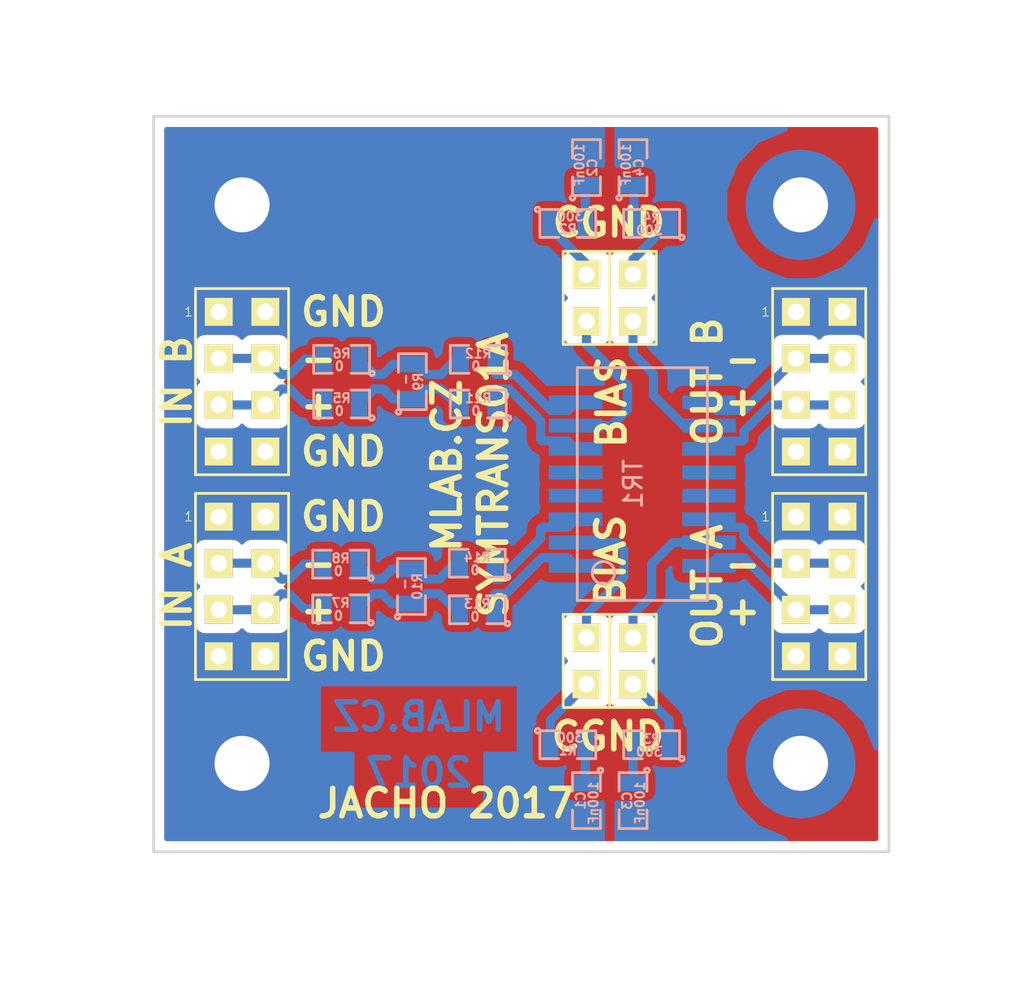
<source format=kicad_pcb>
(kicad_pcb (version 20160815) (host pcbnew "(2016-09-17 revision 679eef1)-makepkg")

  (general
    (links 62)
    (no_connects 0)
    (area -8.659285 -46.736 50.315286 7.620001)
    (thickness 1.6)
    (drawings 29)
    (tracks 146)
    (zones 0)
    (modules 31)
    (nets 31)
  )

  (page A4)
  (title_block
    (title NAME)
    (date "%d. %m. %Y")
    (rev REV)
    (company "Mlab www.mlab.cz")
    (comment 1 VERSION)
    (comment 2 "Short description\\nTwo lines are maximum")
    (comment 3 "nickname <email@example.com>")
  )

  (layers
    (0 F.Cu signal)
    (31 B.Cu signal)
    (32 B.Adhes user)
    (33 F.Adhes user)
    (34 B.Paste user)
    (35 F.Paste user)
    (36 B.SilkS user)
    (37 F.SilkS user)
    (38 B.Mask user)
    (39 F.Mask user)
    (40 Dwgs.User user)
    (41 Cmts.User user)
    (42 Eco1.User user)
    (43 Eco2.User user)
    (44 Edge.Cuts user)
    (45 Margin user)
    (46 B.CrtYd user)
    (47 F.CrtYd user)
    (48 B.Fab user)
    (49 F.Fab user)
  )

  (setup
    (last_trace_width 0.3)
    (user_trace_width 0.3)
    (user_trace_width 0.4)
    (user_trace_width 0.5)
    (user_trace_width 0.6)
    (user_trace_width 0.7)
    (user_trace_width 0.8)
    (trace_clearance 0.2)
    (zone_clearance 0.508)
    (zone_45_only no)
    (trace_min 0.2)
    (segment_width 0.2)
    (edge_width 0.15)
    (via_size 0.8)
    (via_drill 0.4)
    (via_min_size 0.4)
    (via_min_drill 0.3)
    (uvia_size 0.3)
    (uvia_drill 0.1)
    (uvias_allowed no)
    (uvia_min_size 0.2)
    (uvia_min_drill 0.1)
    (pcb_text_width 0.3)
    (pcb_text_size 1.5 1.5)
    (mod_edge_width 0.15)
    (mod_text_size 1 1)
    (mod_text_width 0.15)
    (pad_size 1.524 1.524)
    (pad_drill 0.762)
    (pad_to_mask_clearance 0.2)
    (aux_axis_origin 0 0)
    (visible_elements 7FFFFF7F)
    (pcbplotparams
      (layerselection 0x010e0_ffffffff)
      (usegerberextensions false)
      (excludeedgelayer true)
      (linewidth 0.150000)
      (plotframeref false)
      (viasonmask false)
      (mode 1)
      (useauxorigin false)
      (hpglpennumber 1)
      (hpglpenspeed 20)
      (hpglpendiameter 15)
      (psnegative false)
      (psa4output false)
      (plotreference true)
      (plotvalue true)
      (plotinvisibletext false)
      (padsonsilk false)
      (subtractmaskfromsilk false)
      (outputformat 1)
      (mirror false)
      (drillshape 0)
      (scaleselection 1)
      (outputdirectory ../CAM_PROFI/))
  )

  (net 0 "")
  (net 1 "Net-(C1-Pad1)")
  (net 2 GND)
  (net 3 "Net-(C2-Pad1)")
  (net 4 "Net-(C3-Pad1)")
  (net 5 GNDA)
  (net 6 "Net-(C4-Pad1)")
  (net 7 "Net-(J3-Pad1)")
  (net 8 "Net-(J3-Pad2)")
  (net 9 "Net-(J4-Pad1)")
  (net 10 "Net-(J4-Pad2)")
  (net 11 "Net-(J5-Pad1)")
  (net 12 "Net-(J5-Pad2)")
  (net 13 "Net-(J6-Pad1)")
  (net 14 "Net-(J6-Pad2)")
  (net 15 /AIN-)
  (net 16 /AIN+)
  (net 17 /BIN-)
  (net 18 /BIN+)
  (net 19 /AOUT-)
  (net 20 /AOUT+)
  (net 21 /BOUT-)
  (net 22 /BOUT+)
  (net 23 /B2+)
  (net 24 /B2-)
  (net 25 /A2+)
  (net 26 /A2-)
  (net 27 /B3+)
  (net 28 /B3-)
  (net 29 /A3+)
  (net 30 /A3-)

  (net_class Default "This is the default net class."
    (clearance 0.2)
    (trace_width 0.3)
    (via_dia 0.8)
    (via_drill 0.4)
    (uvia_dia 0.3)
    (uvia_drill 0.1)
    (diff_pair_gap 0.25)
    (diff_pair_width 0.2)
    (add_net /A2+)
    (add_net /A2-)
    (add_net /A3+)
    (add_net /A3-)
    (add_net /AIN+)
    (add_net /AIN-)
    (add_net /AOUT+)
    (add_net /AOUT-)
    (add_net /B2+)
    (add_net /B2-)
    (add_net /B3+)
    (add_net /B3-)
    (add_net /BIN+)
    (add_net /BIN-)
    (add_net /BOUT+)
    (add_net /BOUT-)
    (add_net GND)
    (add_net GNDA)
    (add_net "Net-(C1-Pad1)")
    (add_net "Net-(C2-Pad1)")
    (add_net "Net-(C3-Pad1)")
    (add_net "Net-(C4-Pad1)")
    (add_net "Net-(J3-Pad1)")
    (add_net "Net-(J3-Pad2)")
    (add_net "Net-(J4-Pad1)")
    (add_net "Net-(J4-Pad2)")
    (add_net "Net-(J5-Pad1)")
    (add_net "Net-(J5-Pad2)")
    (add_net "Net-(J6-Pad1)")
    (add_net "Net-(J6-Pad2)")
  )

  (module Mlab_TR:H110X_H1121_HX1188 (layer B.Cu) (tedit 5890279D) (tstamp 57DB7D38)
    (at 26.924 -20.32 90)
    (path /57DA8991)
    (fp_text reference TR1 (at 0 -0.5 90) (layer B.SilkS)
      (effects (font (size 1 1) (thickness 0.15)) (justify mirror))
    )
    (fp_text value H1102NL (at 0 0.5 90) (layer B.Fab)
      (effects (font (size 1 1) (thickness 0.15)) (justify mirror))
    )
    (fp_circle (center -4.8387 -2.1209) (end -4.445 -2.5908) (layer B.SilkS) (width 0.15))
    (fp_line (start -6.35 -3.55) (end -6.35 3.55) (layer B.SilkS) (width 0.15))
    (fp_line (start 6.35 -3.55) (end -6.35 -3.55) (layer B.SilkS) (width 0.15))
    (fp_line (start 6.35 3.55) (end 6.35 -3.55) (layer B.SilkS) (width 0.15))
    (fp_line (start 6.35 3.55) (end -6.35 3.55) (layer B.SilkS) (width 0.15))
    (pad 1 smd rect (at -4.46 -3.64 90) (size 0.76 2.92) (layers B.Cu B.Paste B.Mask)
      (net 29 /A3+))
    (pad 2 smd rect (at -3.19 -3.64 90) (size 0.76 2.92) (layers B.Cu B.Paste B.Mask)
      (net 7 "Net-(J3-Pad1)"))
    (pad 3 smd rect (at -1.92 -3.64 90) (size 0.76 2.92) (layers B.Cu B.Paste B.Mask)
      (net 30 /A3-))
    (pad 4 smd rect (at -0.635 -3.64 90) (size 0.76 2.92) (layers B.Cu B.Paste B.Mask))
    (pad 5 smd rect (at 0.635 -3.64 90) (size 0.76 2.92) (layers B.Cu B.Paste B.Mask))
    (pad 6 smd rect (at 1.92 -3.64 90) (size 0.76 2.92) (layers B.Cu B.Paste B.Mask)
      (net 27 /B3+))
    (pad 7 smd rect (at 3.19 -3.64 90) (size 0.76 2.92) (layers B.Cu B.Paste B.Mask)
      (net 9 "Net-(J4-Pad1)"))
    (pad 8 smd rect (at 4.46 -3.64 90) (size 0.76 2.92) (layers B.Cu B.Paste B.Mask)
      (net 28 /B3-))
    (pad 9 smd rect (at 4.46 3.64 90) (size 0.76 2.92) (layers B.Cu B.Paste B.Mask)
      (net 21 /BOUT-))
    (pad 10 smd rect (at 3.19 3.64 90) (size 0.76 2.92) (layers B.Cu B.Paste B.Mask)
      (net 13 "Net-(J6-Pad1)"))
    (pad 11 smd rect (at 1.92 3.64 90) (size 0.76 2.92) (layers B.Cu B.Paste B.Mask)
      (net 22 /BOUT+))
    (pad 12 smd rect (at 0.635 3.64 90) (size 0.76 2.92) (layers B.Cu B.Paste B.Mask))
    (pad 13 smd rect (at -0.635 3.64 90) (size 0.76 2.92) (layers B.Cu B.Paste B.Mask))
    (pad 14 smd rect (at -1.92 3.64 90) (size 0.76 2.92) (layers B.Cu B.Paste B.Mask)
      (net 19 /AOUT-))
    (pad 15 smd rect (at -3.19 3.64 90) (size 0.76 2.92) (layers B.Cu B.Paste B.Mask)
      (net 11 "Net-(J5-Pad1)"))
    (pad 16 smd rect (at -4.46 3.64 90) (size 0.76 2.92) (layers B.Cu B.Paste B.Mask)
      (net 20 /AOUT+))
  )

  (module Mlab_R:SMD-0805 placed (layer B.Cu) (tedit 5890279D) (tstamp 57DB7CB8)
    (at 10.5156 -27.1272 180)
    (path /57D7EDD1)
    (attr smd)
    (fp_text reference R6 (at 0 0.3175 180) (layer B.SilkS)
      (effects (font (size 0.50038 0.50038) (thickness 0.10922)) (justify mirror))
    )
    (fp_text value 0 (at 0.127 -0.381 180) (layer B.SilkS)
      (effects (font (size 0.50038 0.50038) (thickness 0.10922)) (justify mirror))
    )
    (fp_circle (center -1.651 -0.762) (end -1.651 -0.635) (layer B.SilkS) (width 0.15))
    (fp_line (start -0.508 -0.762) (end -1.524 -0.762) (layer B.SilkS) (width 0.15))
    (fp_line (start -1.524 -0.762) (end -1.524 0.762) (layer B.SilkS) (width 0.15))
    (fp_line (start -1.524 0.762) (end -0.508 0.762) (layer B.SilkS) (width 0.15))
    (fp_line (start 0.508 0.762) (end 1.524 0.762) (layer B.SilkS) (width 0.15))
    (fp_line (start 1.524 0.762) (end 1.524 -0.762) (layer B.SilkS) (width 0.15))
    (fp_line (start 1.524 -0.762) (end 0.508 -0.762) (layer B.SilkS) (width 0.15))
    (pad 1 smd rect (at -0.9525 0 180) (size 0.889 1.397) (layers B.Cu B.Paste B.Mask)
      (net 24 /B2-))
    (pad 2 smd rect (at 0.9525 0 180) (size 0.889 1.397) (layers B.Cu B.Paste B.Mask)
      (net 17 /BIN-))
    (model MLAB_3D/Resistors/chip_cms.wrl
      (at (xyz 0 0 0))
      (scale (xyz 0.1 0.1 0.1))
      (rotate (xyz 0 0 0))
    )
  )

  (module Mlab_R:SMD-0805 placed (layer B.Cu) (tedit 5890279D) (tstamp 57DB7CDF)
    (at 14.3764 -25.908 90)
    (path /57D7EDC5)
    (attr smd)
    (fp_text reference R9 (at 0 0.3175 90) (layer B.SilkS)
      (effects (font (size 0.50038 0.50038) (thickness 0.10922)) (justify mirror))
    )
    (fp_text value - (at 0.127 -0.381 90) (layer B.SilkS)
      (effects (font (size 0.50038 0.50038) (thickness 0.10922)) (justify mirror))
    )
    (fp_circle (center -1.651 -0.762) (end -1.651 -0.635) (layer B.SilkS) (width 0.15))
    (fp_line (start -0.508 -0.762) (end -1.524 -0.762) (layer B.SilkS) (width 0.15))
    (fp_line (start -1.524 -0.762) (end -1.524 0.762) (layer B.SilkS) (width 0.15))
    (fp_line (start -1.524 0.762) (end -0.508 0.762) (layer B.SilkS) (width 0.15))
    (fp_line (start 0.508 0.762) (end 1.524 0.762) (layer B.SilkS) (width 0.15))
    (fp_line (start 1.524 0.762) (end 1.524 -0.762) (layer B.SilkS) (width 0.15))
    (fp_line (start 1.524 -0.762) (end 0.508 -0.762) (layer B.SilkS) (width 0.15))
    (pad 1 smd rect (at -0.9525 0 90) (size 0.889 1.397) (layers B.Cu B.Paste B.Mask)
      (net 23 /B2+))
    (pad 2 smd rect (at 0.9525 0 90) (size 0.889 1.397) (layers B.Cu B.Paste B.Mask)
      (net 24 /B2-))
    (model MLAB_3D/Resistors/chip_cms.wrl
      (at (xyz 0 0 0))
      (scale (xyz 0.1 0.1 0.1))
      (rotate (xyz 0 0 0))
    )
  )

  (module Mlab_R:SMD-0805 placed (layer B.Cu) (tedit 5890279D) (tstamp 57DB7D06)
    (at 17.9705 -27.1272 180)
    (path /57D7EDDD)
    (attr smd)
    (fp_text reference R12 (at 0 0.3175 180) (layer B.SilkS)
      (effects (font (size 0.50038 0.50038) (thickness 0.10922)) (justify mirror))
    )
    (fp_text value 0 (at 0.127 -0.381 180) (layer B.SilkS)
      (effects (font (size 0.50038 0.50038) (thickness 0.10922)) (justify mirror))
    )
    (fp_circle (center -1.651 -0.762) (end -1.651 -0.635) (layer B.SilkS) (width 0.15))
    (fp_line (start -0.508 -0.762) (end -1.524 -0.762) (layer B.SilkS) (width 0.15))
    (fp_line (start -1.524 -0.762) (end -1.524 0.762) (layer B.SilkS) (width 0.15))
    (fp_line (start -1.524 0.762) (end -0.508 0.762) (layer B.SilkS) (width 0.15))
    (fp_line (start 0.508 0.762) (end 1.524 0.762) (layer B.SilkS) (width 0.15))
    (fp_line (start 1.524 0.762) (end 1.524 -0.762) (layer B.SilkS) (width 0.15))
    (fp_line (start 1.524 -0.762) (end 0.508 -0.762) (layer B.SilkS) (width 0.15))
    (pad 1 smd rect (at -0.9525 0 180) (size 0.889 1.397) (layers B.Cu B.Paste B.Mask)
      (net 28 /B3-))
    (pad 2 smd rect (at 0.9525 0 180) (size 0.889 1.397) (layers B.Cu B.Paste B.Mask)
      (net 24 /B2-))
    (model MLAB_3D/Resistors/chip_cms.wrl
      (at (xyz 0 0 0))
      (scale (xyz 0.1 0.1 0.1))
      (rotate (xyz 0 0 0))
    )
  )

  (module Mlab_Pin_Headers:Straight_2x04 placed (layer F.Cu) (tedit 5890279D) (tstamp 57DB7C26)
    (at 5.08 -25.908)
    (descr "pin header straight 2x04")
    (tags "pin header straight 2x04")
    (path /57D7EA44)
    (fp_text reference J2 (at 0 -6.35) (layer F.SilkS) hide
      (effects (font (size 1.5 1.5) (thickness 0.15)))
    )
    (fp_text value HEADER_2x04_PARALLEL (at 0 6.35) (layer F.SilkS) hide
      (effects (font (size 1.5 1.5) (thickness 0.15)))
    )
    (fp_text user 1 (at -2.921 -3.81) (layer F.SilkS)
      (effects (font (size 0.5 0.5) (thickness 0.05)))
    )
    (fp_line (start -2.54 -5.08) (end 2.54 -5.08) (layer F.SilkS) (width 0.15))
    (fp_line (start 2.54 -5.08) (end 2.54 5.08) (layer F.SilkS) (width 0.15))
    (fp_line (start 2.54 5.08) (end -2.54 5.08) (layer F.SilkS) (width 0.15))
    (fp_line (start -2.54 5.08) (end -2.54 -5.08) (layer F.SilkS) (width 0.15))
    (pad 1 thru_hole rect (at -1.27 -3.81) (size 1.524 1.524) (drill 0.889) (layers *.Cu *.Mask F.SilkS)
      (net 2 GND))
    (pad 2 thru_hole rect (at 1.27 -3.81) (size 1.524 1.524) (drill 0.889) (layers *.Cu *.Mask F.SilkS)
      (net 2 GND))
    (pad 3 thru_hole rect (at -1.27 -1.27) (size 1.524 1.524) (drill 0.889) (layers *.Cu *.Mask F.SilkS)
      (net 17 /BIN-))
    (pad 4 thru_hole rect (at 1.27 -1.27) (size 1.524 1.524) (drill 0.889) (layers *.Cu *.Mask F.SilkS)
      (net 17 /BIN-))
    (pad 5 thru_hole rect (at -1.27 1.27) (size 1.524 1.524) (drill 0.889) (layers *.Cu *.Mask F.SilkS)
      (net 18 /BIN+))
    (pad 6 thru_hole rect (at 1.27 1.27) (size 1.524 1.524) (drill 0.889) (layers *.Cu *.Mask F.SilkS)
      (net 18 /BIN+))
    (pad 7 thru_hole rect (at -1.27 3.81) (size 1.524 1.524) (drill 0.889) (layers *.Cu *.Mask F.SilkS)
      (net 2 GND))
    (pad 8 thru_hole rect (at 1.27 3.81) (size 1.524 1.524) (drill 0.889) (layers *.Cu *.Mask F.SilkS)
      (net 2 GND))
    (model Pin_Headers/Pin_Header_Straight_2x04.wrl
      (at (xyz 0 0 0))
      (scale (xyz 1 1 1))
      (rotate (xyz 0 0 90))
    )
  )

  (module Mlab_Pin_Headers:Straight_2x04 placed (layer F.Cu) (tedit 5890279D) (tstamp 57DB7C4A)
    (at 36.576 -14.732)
    (descr "pin header straight 2x04")
    (tags "pin header straight 2x04")
    (path /57D7D81B)
    (fp_text reference J7 (at 0 -6.35) (layer F.SilkS) hide
      (effects (font (size 1.5 1.5) (thickness 0.15)))
    )
    (fp_text value HEADER_2x04_PARALLEL (at 0 6.35) (layer F.SilkS) hide
      (effects (font (size 1.5 1.5) (thickness 0.15)))
    )
    (fp_text user 1 (at -2.921 -3.81) (layer F.SilkS)
      (effects (font (size 0.5 0.5) (thickness 0.05)))
    )
    (fp_line (start -2.54 -5.08) (end 2.54 -5.08) (layer F.SilkS) (width 0.15))
    (fp_line (start 2.54 -5.08) (end 2.54 5.08) (layer F.SilkS) (width 0.15))
    (fp_line (start 2.54 5.08) (end -2.54 5.08) (layer F.SilkS) (width 0.15))
    (fp_line (start -2.54 5.08) (end -2.54 -5.08) (layer F.SilkS) (width 0.15))
    (pad 1 thru_hole rect (at -1.27 -3.81) (size 1.524 1.524) (drill 0.889) (layers *.Cu *.Mask F.SilkS)
      (net 5 GNDA))
    (pad 2 thru_hole rect (at 1.27 -3.81) (size 1.524 1.524) (drill 0.889) (layers *.Cu *.Mask F.SilkS)
      (net 5 GNDA))
    (pad 3 thru_hole rect (at -1.27 -1.27) (size 1.524 1.524) (drill 0.889) (layers *.Cu *.Mask F.SilkS)
      (net 19 /AOUT-))
    (pad 4 thru_hole rect (at 1.27 -1.27) (size 1.524 1.524) (drill 0.889) (layers *.Cu *.Mask F.SilkS)
      (net 19 /AOUT-))
    (pad 5 thru_hole rect (at -1.27 1.27) (size 1.524 1.524) (drill 0.889) (layers *.Cu *.Mask F.SilkS)
      (net 20 /AOUT+))
    (pad 6 thru_hole rect (at 1.27 1.27) (size 1.524 1.524) (drill 0.889) (layers *.Cu *.Mask F.SilkS)
      (net 20 /AOUT+))
    (pad 7 thru_hole rect (at -1.27 3.81) (size 1.524 1.524) (drill 0.889) (layers *.Cu *.Mask F.SilkS)
      (net 5 GNDA))
    (pad 8 thru_hole rect (at 1.27 3.81) (size 1.524 1.524) (drill 0.889) (layers *.Cu *.Mask F.SilkS)
      (net 5 GNDA))
    (model Pin_Headers/Pin_Header_Straight_2x04.wrl
      (at (xyz 0 0 0))
      (scale (xyz 1 1 1))
      (rotate (xyz 0 0 90))
    )
  )

  (module Mlab_Pin_Headers:Straight_2x04 placed (layer F.Cu) (tedit 5890279D) (tstamp 57DB7C56)
    (at 36.576 -25.908)
    (descr "pin header straight 2x04")
    (tags "pin header straight 2x04")
    (path /57D7E9F4)
    (fp_text reference J8 (at 0 -6.35) (layer F.SilkS) hide
      (effects (font (size 1.5 1.5) (thickness 0.15)))
    )
    (fp_text value HEADER_2x04_PARALLEL (at 0 6.35) (layer F.SilkS) hide
      (effects (font (size 1.5 1.5) (thickness 0.15)))
    )
    (fp_text user 1 (at -2.921 -3.81) (layer F.SilkS)
      (effects (font (size 0.5 0.5) (thickness 0.05)))
    )
    (fp_line (start -2.54 -5.08) (end 2.54 -5.08) (layer F.SilkS) (width 0.15))
    (fp_line (start 2.54 -5.08) (end 2.54 5.08) (layer F.SilkS) (width 0.15))
    (fp_line (start 2.54 5.08) (end -2.54 5.08) (layer F.SilkS) (width 0.15))
    (fp_line (start -2.54 5.08) (end -2.54 -5.08) (layer F.SilkS) (width 0.15))
    (pad 1 thru_hole rect (at -1.27 -3.81) (size 1.524 1.524) (drill 0.889) (layers *.Cu *.Mask F.SilkS)
      (net 5 GNDA))
    (pad 2 thru_hole rect (at 1.27 -3.81) (size 1.524 1.524) (drill 0.889) (layers *.Cu *.Mask F.SilkS)
      (net 5 GNDA))
    (pad 3 thru_hole rect (at -1.27 -1.27) (size 1.524 1.524) (drill 0.889) (layers *.Cu *.Mask F.SilkS)
      (net 21 /BOUT-))
    (pad 4 thru_hole rect (at 1.27 -1.27) (size 1.524 1.524) (drill 0.889) (layers *.Cu *.Mask F.SilkS)
      (net 21 /BOUT-))
    (pad 5 thru_hole rect (at -1.27 1.27) (size 1.524 1.524) (drill 0.889) (layers *.Cu *.Mask F.SilkS)
      (net 22 /BOUT+))
    (pad 6 thru_hole rect (at 1.27 1.27) (size 1.524 1.524) (drill 0.889) (layers *.Cu *.Mask F.SilkS)
      (net 22 /BOUT+))
    (pad 7 thru_hole rect (at -1.27 3.81) (size 1.524 1.524) (drill 0.889) (layers *.Cu *.Mask F.SilkS)
      (net 5 GNDA))
    (pad 8 thru_hole rect (at 1.27 3.81) (size 1.524 1.524) (drill 0.889) (layers *.Cu *.Mask F.SilkS)
      (net 5 GNDA))
    (model Pin_Headers/Pin_Header_Straight_2x04.wrl
      (at (xyz 0 0 0))
      (scale (xyz 1 1 1))
      (rotate (xyz 0 0 90))
    )
  )

  (module Mlab_Mechanical:MountingHole_3mm placed (layer F.Cu) (tedit 5890279D) (tstamp 57DB7C60)
    (at 35.56 -35.56)
    (descr "Mounting hole, Befestigungsbohrung, 3mm, No Annular, Kein Restring,")
    (tags "Mounting hole, Befestigungsbohrung, 3mm, No Annular, Kein Restring,")
    (path /549D7628)
    (fp_text reference M2 (at 0 -4.191) (layer F.SilkS) hide
      (effects (font (thickness 0.3048)))
    )
    (fp_text value HOLE (at 0 4.191) (layer F.SilkS) hide
      (effects (font (thickness 0.3048)))
    )
    (fp_circle (center 0 0) (end 2.99974 0) (layer Cmts.User) (width 0.381))
    (pad 1 thru_hole circle (at 0 0) (size 6 6) (drill 3) (layers *.Cu *.Adhes *.Mask)
      (net 2 GND) (clearance 1) (zone_connect 2))
  )

  (module Mlab_R:SMD-0805 placed (layer B.Cu) (tedit 5890279D) (tstamp 57DB7C77)
    (at 22.86 -6.096)
    (path /57D7E244)
    (attr smd)
    (fp_text reference R1 (at 0 0.3175) (layer B.SilkS)
      (effects (font (size 0.50038 0.50038) (thickness 0.10922)) (justify mirror))
    )
    (fp_text value 300 (at 0.127 -0.381) (layer B.SilkS)
      (effects (font (size 0.50038 0.50038) (thickness 0.10922)) (justify mirror))
    )
    (fp_circle (center -1.651 -0.762) (end -1.651 -0.635) (layer B.SilkS) (width 0.15))
    (fp_line (start -0.508 -0.762) (end -1.524 -0.762) (layer B.SilkS) (width 0.15))
    (fp_line (start -1.524 -0.762) (end -1.524 0.762) (layer B.SilkS) (width 0.15))
    (fp_line (start -1.524 0.762) (end -0.508 0.762) (layer B.SilkS) (width 0.15))
    (fp_line (start 0.508 0.762) (end 1.524 0.762) (layer B.SilkS) (width 0.15))
    (fp_line (start 1.524 0.762) (end 1.524 -0.762) (layer B.SilkS) (width 0.15))
    (fp_line (start 1.524 -0.762) (end 0.508 -0.762) (layer B.SilkS) (width 0.15))
    (pad 1 smd rect (at -0.9525 0) (size 0.889 1.397) (layers B.Cu B.Paste B.Mask)
      (net 8 "Net-(J3-Pad2)"))
    (pad 2 smd rect (at 0.9525 0) (size 0.889 1.397) (layers B.Cu B.Paste B.Mask)
      (net 1 "Net-(C1-Pad1)"))
    (model MLAB_3D/Resistors/chip_cms.wrl
      (at (xyz 0 0 0))
      (scale (xyz 0.1 0.1 0.1))
      (rotate (xyz 0 0 0))
    )
  )

  (module Mlab_Pin_Headers:Straight_2x01 placed (layer F.Cu) (tedit 5890279D) (tstamp 57DB7C2C)
    (at 23.876 -10.668 270)
    (descr "pin header straight 2x01")
    (tags "pin header straight 2x01")
    (path /57D7E23E)
    (fp_text reference J3 (at 0 -2.54 270) (layer F.SilkS) hide
      (effects (font (size 1.5 1.5) (thickness 0.15)))
    )
    (fp_text value HEADER_1x02 (at 0 2.54 270) (layer F.SilkS) hide
      (effects (font (size 1.5 1.5) (thickness 0.15)))
    )
    (fp_line (start -2.54 -1.27) (end 2.54 -1.27) (layer F.SilkS) (width 0.15))
    (fp_line (start 2.54 -1.27) (end 2.54 1.27) (layer F.SilkS) (width 0.15))
    (fp_line (start 2.54 1.27) (end -2.54 1.27) (layer F.SilkS) (width 0.15))
    (fp_line (start -2.54 1.27) (end -2.54 -1.27) (layer F.SilkS) (width 0.15))
    (pad 1 thru_hole rect (at -1.27 0 270) (size 1.524 1.524) (drill 0.889) (layers *.Cu *.Mask F.SilkS)
      (net 7 "Net-(J3-Pad1)"))
    (pad 2 thru_hole rect (at 1.27 0 270) (size 1.524 1.524) (drill 0.889) (layers *.Cu *.Mask F.SilkS)
      (net 8 "Net-(J3-Pad2)"))
    (model Pin_Headers/Pin_Header_Straight_2x01.wrl
      (at (xyz 0 0 0))
      (scale (xyz 1 1 1))
      (rotate (xyz 0 0 90))
    )
  )

  (module Mlab_R:SMD-0805 placed (layer B.Cu) (tedit 5890279D) (tstamp 57DB7C91)
    (at 27.432 -6.096 180)
    (path /57D7E01A)
    (attr smd)
    (fp_text reference R3 (at 0 0.3175 180) (layer B.SilkS)
      (effects (font (size 0.50038 0.50038) (thickness 0.10922)) (justify mirror))
    )
    (fp_text value 300 (at 0.127 -0.381 180) (layer B.SilkS)
      (effects (font (size 0.50038 0.50038) (thickness 0.10922)) (justify mirror))
    )
    (fp_circle (center -1.651 -0.762) (end -1.651 -0.635) (layer B.SilkS) (width 0.15))
    (fp_line (start -0.508 -0.762) (end -1.524 -0.762) (layer B.SilkS) (width 0.15))
    (fp_line (start -1.524 -0.762) (end -1.524 0.762) (layer B.SilkS) (width 0.15))
    (fp_line (start -1.524 0.762) (end -0.508 0.762) (layer B.SilkS) (width 0.15))
    (fp_line (start 0.508 0.762) (end 1.524 0.762) (layer B.SilkS) (width 0.15))
    (fp_line (start 1.524 0.762) (end 1.524 -0.762) (layer B.SilkS) (width 0.15))
    (fp_line (start 1.524 -0.762) (end 0.508 -0.762) (layer B.SilkS) (width 0.15))
    (pad 1 smd rect (at -0.9525 0 180) (size 0.889 1.397) (layers B.Cu B.Paste B.Mask)
      (net 12 "Net-(J5-Pad2)"))
    (pad 2 smd rect (at 0.9525 0 180) (size 0.889 1.397) (layers B.Cu B.Paste B.Mask)
      (net 4 "Net-(C3-Pad1)"))
    (model MLAB_3D/Resistors/chip_cms.wrl
      (at (xyz 0 0 0))
      (scale (xyz 0.1 0.1 0.1))
      (rotate (xyz 0 0 0))
    )
  )

  (module Mlab_R:SMD-0805 placed (layer B.Cu) (tedit 5890279D) (tstamp 57DB7C01)
    (at 26.416 -3.048 270)
    (path /57D7D977)
    (attr smd)
    (fp_text reference C3 (at 0 0.3175 270) (layer B.SilkS)
      (effects (font (size 0.50038 0.50038) (thickness 0.10922)) (justify mirror))
    )
    (fp_text value 100nF (at 0.127 -0.381 270) (layer B.SilkS)
      (effects (font (size 0.50038 0.50038) (thickness 0.10922)) (justify mirror))
    )
    (fp_circle (center -1.651 -0.762) (end -1.651 -0.635) (layer B.SilkS) (width 0.15))
    (fp_line (start -0.508 -0.762) (end -1.524 -0.762) (layer B.SilkS) (width 0.15))
    (fp_line (start -1.524 -0.762) (end -1.524 0.762) (layer B.SilkS) (width 0.15))
    (fp_line (start -1.524 0.762) (end -0.508 0.762) (layer B.SilkS) (width 0.15))
    (fp_line (start 0.508 0.762) (end 1.524 0.762) (layer B.SilkS) (width 0.15))
    (fp_line (start 1.524 0.762) (end 1.524 -0.762) (layer B.SilkS) (width 0.15))
    (fp_line (start 1.524 -0.762) (end 0.508 -0.762) (layer B.SilkS) (width 0.15))
    (pad 1 smd rect (at -0.9525 0 270) (size 0.889 1.397) (layers B.Cu B.Paste B.Mask)
      (net 4 "Net-(C3-Pad1)"))
    (pad 2 smd rect (at 0.9525 0 270) (size 0.889 1.397) (layers B.Cu B.Paste B.Mask)
      (net 5 GNDA))
    (model MLAB_3D/Resistors/chip_cms.wrl
      (at (xyz 0 0 0))
      (scale (xyz 0.1 0.1 0.1))
      (rotate (xyz 0 0 0))
    )
  )

  (module Mlab_R:SMD-0805 placed (layer B.Cu) (tedit 5890279D) (tstamp 57DB7C0E)
    (at 26.416 -37.592 90)
    (path /57D7EA08)
    (attr smd)
    (fp_text reference C4 (at 0 0.3175 90) (layer B.SilkS)
      (effects (font (size 0.50038 0.50038) (thickness 0.10922)) (justify mirror))
    )
    (fp_text value 100nF (at 0.127 -0.381 90) (layer B.SilkS)
      (effects (font (size 0.50038 0.50038) (thickness 0.10922)) (justify mirror))
    )
    (fp_circle (center -1.651 -0.762) (end -1.651 -0.635) (layer B.SilkS) (width 0.15))
    (fp_line (start -0.508 -0.762) (end -1.524 -0.762) (layer B.SilkS) (width 0.15))
    (fp_line (start -1.524 -0.762) (end -1.524 0.762) (layer B.SilkS) (width 0.15))
    (fp_line (start -1.524 0.762) (end -0.508 0.762) (layer B.SilkS) (width 0.15))
    (fp_line (start 0.508 0.762) (end 1.524 0.762) (layer B.SilkS) (width 0.15))
    (fp_line (start 1.524 0.762) (end 1.524 -0.762) (layer B.SilkS) (width 0.15))
    (fp_line (start 1.524 -0.762) (end 0.508 -0.762) (layer B.SilkS) (width 0.15))
    (pad 1 smd rect (at -0.9525 0 90) (size 0.889 1.397) (layers B.Cu B.Paste B.Mask)
      (net 6 "Net-(C4-Pad1)"))
    (pad 2 smd rect (at 0.9525 0 90) (size 0.889 1.397) (layers B.Cu B.Paste B.Mask)
      (net 5 GNDA))
    (model MLAB_3D/Resistors/chip_cms.wrl
      (at (xyz 0 0 0))
      (scale (xyz 0.1 0.1 0.1))
      (rotate (xyz 0 0 0))
    )
  )

  (module Mlab_R:SMD-0805 placed (layer B.Cu) (tedit 5890279D) (tstamp 57DB7D13)
    (at 17.9197 -13.462 180)
    (path /57D7E0F0)
    (attr smd)
    (fp_text reference R13 (at 0 0.3175 180) (layer B.SilkS)
      (effects (font (size 0.50038 0.50038) (thickness 0.10922)) (justify mirror))
    )
    (fp_text value 0 (at 0.127 -0.381 180) (layer B.SilkS)
      (effects (font (size 0.50038 0.50038) (thickness 0.10922)) (justify mirror))
    )
    (fp_circle (center -1.651 -0.762) (end -1.651 -0.635) (layer B.SilkS) (width 0.15))
    (fp_line (start -0.508 -0.762) (end -1.524 -0.762) (layer B.SilkS) (width 0.15))
    (fp_line (start -1.524 -0.762) (end -1.524 0.762) (layer B.SilkS) (width 0.15))
    (fp_line (start -1.524 0.762) (end -0.508 0.762) (layer B.SilkS) (width 0.15))
    (fp_line (start 0.508 0.762) (end 1.524 0.762) (layer B.SilkS) (width 0.15))
    (fp_line (start 1.524 0.762) (end 1.524 -0.762) (layer B.SilkS) (width 0.15))
    (fp_line (start 1.524 -0.762) (end 0.508 -0.762) (layer B.SilkS) (width 0.15))
    (pad 1 smd rect (at -0.9525 0 180) (size 0.889 1.397) (layers B.Cu B.Paste B.Mask)
      (net 29 /A3+))
    (pad 2 smd rect (at 0.9525 0 180) (size 0.889 1.397) (layers B.Cu B.Paste B.Mask)
      (net 25 /A2+))
    (model MLAB_3D/Resistors/chip_cms.wrl
      (at (xyz 0 0 0))
      (scale (xyz 0.1 0.1 0.1))
      (rotate (xyz 0 0 0))
    )
  )

  (module Mlab_R:SMD-0805 placed (layer B.Cu) (tedit 5890279D) (tstamp 57DB7C9E)
    (at 27.432 -34.544 180)
    (path /57D7EA1A)
    (attr smd)
    (fp_text reference R4 (at 0 0.3175 180) (layer B.SilkS)
      (effects (font (size 0.50038 0.50038) (thickness 0.10922)) (justify mirror))
    )
    (fp_text value 300 (at 0.127 -0.381 180) (layer B.SilkS)
      (effects (font (size 0.50038 0.50038) (thickness 0.10922)) (justify mirror))
    )
    (fp_circle (center -1.651 -0.762) (end -1.651 -0.635) (layer B.SilkS) (width 0.15))
    (fp_line (start -0.508 -0.762) (end -1.524 -0.762) (layer B.SilkS) (width 0.15))
    (fp_line (start -1.524 -0.762) (end -1.524 0.762) (layer B.SilkS) (width 0.15))
    (fp_line (start -1.524 0.762) (end -0.508 0.762) (layer B.SilkS) (width 0.15))
    (fp_line (start 0.508 0.762) (end 1.524 0.762) (layer B.SilkS) (width 0.15))
    (fp_line (start 1.524 0.762) (end 1.524 -0.762) (layer B.SilkS) (width 0.15))
    (fp_line (start 1.524 -0.762) (end 0.508 -0.762) (layer B.SilkS) (width 0.15))
    (pad 1 smd rect (at -0.9525 0 180) (size 0.889 1.397) (layers B.Cu B.Paste B.Mask)
      (net 14 "Net-(J6-Pad2)"))
    (pad 2 smd rect (at 0.9525 0 180) (size 0.889 1.397) (layers B.Cu B.Paste B.Mask)
      (net 6 "Net-(C4-Pad1)"))
    (model MLAB_3D/Resistors/chip_cms.wrl
      (at (xyz 0 0 0))
      (scale (xyz 0.1 0.1 0.1))
      (rotate (xyz 0 0 0))
    )
  )

  (module Mlab_R:SMD-0805 placed (layer B.Cu) (tedit 5890279D) (tstamp 57DB7CD2)
    (at 10.4648 -15.9512 180)
    (path /57D7E0A1)
    (attr smd)
    (fp_text reference R8 (at 0 0.3175 180) (layer B.SilkS)
      (effects (font (size 0.50038 0.50038) (thickness 0.10922)) (justify mirror))
    )
    (fp_text value 0 (at 0.127 -0.381 180) (layer B.SilkS)
      (effects (font (size 0.50038 0.50038) (thickness 0.10922)) (justify mirror))
    )
    (fp_circle (center -1.651 -0.762) (end -1.651 -0.635) (layer B.SilkS) (width 0.15))
    (fp_line (start -0.508 -0.762) (end -1.524 -0.762) (layer B.SilkS) (width 0.15))
    (fp_line (start -1.524 -0.762) (end -1.524 0.762) (layer B.SilkS) (width 0.15))
    (fp_line (start -1.524 0.762) (end -0.508 0.762) (layer B.SilkS) (width 0.15))
    (fp_line (start 0.508 0.762) (end 1.524 0.762) (layer B.SilkS) (width 0.15))
    (fp_line (start 1.524 0.762) (end 1.524 -0.762) (layer B.SilkS) (width 0.15))
    (fp_line (start 1.524 -0.762) (end 0.508 -0.762) (layer B.SilkS) (width 0.15))
    (pad 1 smd rect (at -0.9525 0 180) (size 0.889 1.397) (layers B.Cu B.Paste B.Mask)
      (net 26 /A2-))
    (pad 2 smd rect (at 0.9525 0 180) (size 0.889 1.397) (layers B.Cu B.Paste B.Mask)
      (net 15 /AIN-))
    (model MLAB_3D/Resistors/chip_cms.wrl
      (at (xyz 0 0 0))
      (scale (xyz 0.1 0.1 0.1))
      (rotate (xyz 0 0 0))
    )
  )

  (module Mlab_R:SMD-0805 placed (layer B.Cu) (tedit 5890279D) (tstamp 57DB7CEC)
    (at 14.3256 -14.732 90)
    (path /57D7DD01)
    (attr smd)
    (fp_text reference R10 (at 0 0.3175 90) (layer B.SilkS)
      (effects (font (size 0.50038 0.50038) (thickness 0.10922)) (justify mirror))
    )
    (fp_text value - (at 0.127 -0.381 90) (layer B.SilkS)
      (effects (font (size 0.50038 0.50038) (thickness 0.10922)) (justify mirror))
    )
    (fp_circle (center -1.651 -0.762) (end -1.651 -0.635) (layer B.SilkS) (width 0.15))
    (fp_line (start -0.508 -0.762) (end -1.524 -0.762) (layer B.SilkS) (width 0.15))
    (fp_line (start -1.524 -0.762) (end -1.524 0.762) (layer B.SilkS) (width 0.15))
    (fp_line (start -1.524 0.762) (end -0.508 0.762) (layer B.SilkS) (width 0.15))
    (fp_line (start 0.508 0.762) (end 1.524 0.762) (layer B.SilkS) (width 0.15))
    (fp_line (start 1.524 0.762) (end 1.524 -0.762) (layer B.SilkS) (width 0.15))
    (fp_line (start 1.524 -0.762) (end 0.508 -0.762) (layer B.SilkS) (width 0.15))
    (pad 1 smd rect (at -0.9525 0 90) (size 0.889 1.397) (layers B.Cu B.Paste B.Mask)
      (net 25 /A2+))
    (pad 2 smd rect (at 0.9525 0 90) (size 0.889 1.397) (layers B.Cu B.Paste B.Mask)
      (net 26 /A2-))
    (model MLAB_3D/Resistors/chip_cms.wrl
      (at (xyz 0 0 0))
      (scale (xyz 0.1 0.1 0.1))
      (rotate (xyz 0 0 0))
    )
  )

  (module Mlab_R:SMD-0805 placed (layer B.Cu) (tedit 5890279D) (tstamp 57DB7CC5)
    (at 10.4648 -13.5128 180)
    (path /57D7E033)
    (attr smd)
    (fp_text reference R7 (at 0 0.3175 180) (layer B.SilkS)
      (effects (font (size 0.50038 0.50038) (thickness 0.10922)) (justify mirror))
    )
    (fp_text value 0 (at 0.127 -0.381 180) (layer B.SilkS)
      (effects (font (size 0.50038 0.50038) (thickness 0.10922)) (justify mirror))
    )
    (fp_circle (center -1.651 -0.762) (end -1.651 -0.635) (layer B.SilkS) (width 0.15))
    (fp_line (start -0.508 -0.762) (end -1.524 -0.762) (layer B.SilkS) (width 0.15))
    (fp_line (start -1.524 -0.762) (end -1.524 0.762) (layer B.SilkS) (width 0.15))
    (fp_line (start -1.524 0.762) (end -0.508 0.762) (layer B.SilkS) (width 0.15))
    (fp_line (start 0.508 0.762) (end 1.524 0.762) (layer B.SilkS) (width 0.15))
    (fp_line (start 1.524 0.762) (end 1.524 -0.762) (layer B.SilkS) (width 0.15))
    (fp_line (start 1.524 -0.762) (end 0.508 -0.762) (layer B.SilkS) (width 0.15))
    (pad 1 smd rect (at -0.9525 0 180) (size 0.889 1.397) (layers B.Cu B.Paste B.Mask)
      (net 25 /A2+))
    (pad 2 smd rect (at 0.9525 0 180) (size 0.889 1.397) (layers B.Cu B.Paste B.Mask)
      (net 16 /AIN+))
    (model MLAB_3D/Resistors/chip_cms.wrl
      (at (xyz 0 0 0))
      (scale (xyz 0.1 0.1 0.1))
      (rotate (xyz 0 0 0))
    )
  )

  (module Mlab_R:SMD-0805 placed (layer B.Cu) (tedit 5890279D) (tstamp 57DB7D20)
    (at 17.9197 -16.002 180)
    (path /57D7E0F6)
    (attr smd)
    (fp_text reference R14 (at 0 0.3175 180) (layer B.SilkS)
      (effects (font (size 0.50038 0.50038) (thickness 0.10922)) (justify mirror))
    )
    (fp_text value 0 (at 0.127 -0.381 180) (layer B.SilkS)
      (effects (font (size 0.50038 0.50038) (thickness 0.10922)) (justify mirror))
    )
    (fp_circle (center -1.651 -0.762) (end -1.651 -0.635) (layer B.SilkS) (width 0.15))
    (fp_line (start -0.508 -0.762) (end -1.524 -0.762) (layer B.SilkS) (width 0.15))
    (fp_line (start -1.524 -0.762) (end -1.524 0.762) (layer B.SilkS) (width 0.15))
    (fp_line (start -1.524 0.762) (end -0.508 0.762) (layer B.SilkS) (width 0.15))
    (fp_line (start 0.508 0.762) (end 1.524 0.762) (layer B.SilkS) (width 0.15))
    (fp_line (start 1.524 0.762) (end 1.524 -0.762) (layer B.SilkS) (width 0.15))
    (fp_line (start 1.524 -0.762) (end 0.508 -0.762) (layer B.SilkS) (width 0.15))
    (pad 1 smd rect (at -0.9525 0 180) (size 0.889 1.397) (layers B.Cu B.Paste B.Mask)
      (net 30 /A3-))
    (pad 2 smd rect (at 0.9525 0 180) (size 0.889 1.397) (layers B.Cu B.Paste B.Mask)
      (net 26 /A2-))
    (model MLAB_3D/Resistors/chip_cms.wrl
      (at (xyz 0 0 0))
      (scale (xyz 0.1 0.1 0.1))
      (rotate (xyz 0 0 0))
    )
  )

  (module Mlab_Mechanical:MountingHole_3mm placed (layer F.Cu) (tedit 5890279D) (tstamp 57DB7C5B)
    (at 5.08 -35.56)
    (descr "Mounting hole, Befestigungsbohrung, 3mm, No Annular, Kein Restring,")
    (tags "Mounting hole, Befestigungsbohrung, 3mm, No Annular, Kein Restring,")
    (path /549D7549)
    (fp_text reference M1 (at 0 -4.191) (layer F.SilkS) hide
      (effects (font (thickness 0.3048)))
    )
    (fp_text value HOLE (at 0 4.191) (layer F.SilkS) hide
      (effects (font (thickness 0.3048)))
    )
    (fp_circle (center 0 0) (end 2.99974 0) (layer Cmts.User) (width 0.381))
    (pad 1 thru_hole circle (at 0 0) (size 6 6) (drill 3) (layers *.Cu *.Adhes *.Mask)
      (net 2 GND) (clearance 1) (zone_connect 2))
  )

  (module Mlab_Mechanical:MountingHole_3mm placed (layer F.Cu) (tedit 5890279D) (tstamp 57DB7C6A)
    (at 5.08 -5.08)
    (descr "Mounting hole, Befestigungsbohrung, 3mm, No Annular, Kein Restring,")
    (tags "Mounting hole, Befestigungsbohrung, 3mm, No Annular, Kein Restring,")
    (path /549D7665)
    (fp_text reference M4 (at 0 -4.191) (layer F.SilkS) hide
      (effects (font (thickness 0.3048)))
    )
    (fp_text value HOLE (at 0 4.191) (layer F.SilkS) hide
      (effects (font (thickness 0.3048)))
    )
    (fp_circle (center 0 0) (end 2.99974 0) (layer Cmts.User) (width 0.381))
    (pad 1 thru_hole circle (at 0 0) (size 6 6) (drill 3) (layers *.Cu *.Adhes *.Mask)
      (net 2 GND) (clearance 1) (zone_connect 2))
  )

  (module Mlab_R:SMD-0805 placed (layer B.Cu) (tedit 5890279D) (tstamp 57DB7BF4)
    (at 23.876 -37.592 90)
    (path /57D7EA26)
    (attr smd)
    (fp_text reference C2 (at 0 0.3175 90) (layer B.SilkS)
      (effects (font (size 0.50038 0.50038) (thickness 0.10922)) (justify mirror))
    )
    (fp_text value 100nF (at 0.127 -0.381 90) (layer B.SilkS)
      (effects (font (size 0.50038 0.50038) (thickness 0.10922)) (justify mirror))
    )
    (fp_circle (center -1.651 -0.762) (end -1.651 -0.635) (layer B.SilkS) (width 0.15))
    (fp_line (start -0.508 -0.762) (end -1.524 -0.762) (layer B.SilkS) (width 0.15))
    (fp_line (start -1.524 -0.762) (end -1.524 0.762) (layer B.SilkS) (width 0.15))
    (fp_line (start -1.524 0.762) (end -0.508 0.762) (layer B.SilkS) (width 0.15))
    (fp_line (start 0.508 0.762) (end 1.524 0.762) (layer B.SilkS) (width 0.15))
    (fp_line (start 1.524 0.762) (end 1.524 -0.762) (layer B.SilkS) (width 0.15))
    (fp_line (start 1.524 -0.762) (end 0.508 -0.762) (layer B.SilkS) (width 0.15))
    (pad 1 smd rect (at -0.9525 0 90) (size 0.889 1.397) (layers B.Cu B.Paste B.Mask)
      (net 3 "Net-(C2-Pad1)"))
    (pad 2 smd rect (at 0.9525 0 90) (size 0.889 1.397) (layers B.Cu B.Paste B.Mask)
      (net 2 GND))
    (model MLAB_3D/Resistors/chip_cms.wrl
      (at (xyz 0 0 0))
      (scale (xyz 0.1 0.1 0.1))
      (rotate (xyz 0 0 0))
    )
  )

  (module Mlab_R:SMD-0805 placed (layer B.Cu) (tedit 5890279D) (tstamp 57DB7C84)
    (at 22.86 -34.544)
    (path /57D7EA38)
    (attr smd)
    (fp_text reference R2 (at 0 0.3175) (layer B.SilkS)
      (effects (font (size 0.50038 0.50038) (thickness 0.10922)) (justify mirror))
    )
    (fp_text value 300 (at 0.127 -0.381) (layer B.SilkS)
      (effects (font (size 0.50038 0.50038) (thickness 0.10922)) (justify mirror))
    )
    (fp_circle (center -1.651 -0.762) (end -1.651 -0.635) (layer B.SilkS) (width 0.15))
    (fp_line (start -0.508 -0.762) (end -1.524 -0.762) (layer B.SilkS) (width 0.15))
    (fp_line (start -1.524 -0.762) (end -1.524 0.762) (layer B.SilkS) (width 0.15))
    (fp_line (start -1.524 0.762) (end -0.508 0.762) (layer B.SilkS) (width 0.15))
    (fp_line (start 0.508 0.762) (end 1.524 0.762) (layer B.SilkS) (width 0.15))
    (fp_line (start 1.524 0.762) (end 1.524 -0.762) (layer B.SilkS) (width 0.15))
    (fp_line (start 1.524 -0.762) (end 0.508 -0.762) (layer B.SilkS) (width 0.15))
    (pad 1 smd rect (at -0.9525 0) (size 0.889 1.397) (layers B.Cu B.Paste B.Mask)
      (net 10 "Net-(J4-Pad2)"))
    (pad 2 smd rect (at 0.9525 0) (size 0.889 1.397) (layers B.Cu B.Paste B.Mask)
      (net 3 "Net-(C2-Pad1)"))
    (model MLAB_3D/Resistors/chip_cms.wrl
      (at (xyz 0 0 0))
      (scale (xyz 0.1 0.1 0.1))
      (rotate (xyz 0 0 0))
    )
  )

  (module Mlab_Pin_Headers:Straight_2x01 placed (layer F.Cu) (tedit 5890279D) (tstamp 57DB7C38)
    (at 26.416 -10.668 270)
    (descr "pin header straight 2x01")
    (tags "pin header straight 2x01")
    (path /57D7DFA6)
    (fp_text reference J5 (at 0 -2.54 270) (layer F.SilkS) hide
      (effects (font (size 1.5 1.5) (thickness 0.15)))
    )
    (fp_text value HEADER_1x02 (at 0 2.54 270) (layer F.SilkS) hide
      (effects (font (size 1.5 1.5) (thickness 0.15)))
    )
    (fp_line (start -2.54 -1.27) (end 2.54 -1.27) (layer F.SilkS) (width 0.15))
    (fp_line (start 2.54 -1.27) (end 2.54 1.27) (layer F.SilkS) (width 0.15))
    (fp_line (start 2.54 1.27) (end -2.54 1.27) (layer F.SilkS) (width 0.15))
    (fp_line (start -2.54 1.27) (end -2.54 -1.27) (layer F.SilkS) (width 0.15))
    (pad 1 thru_hole rect (at -1.27 0 270) (size 1.524 1.524) (drill 0.889) (layers *.Cu *.Mask F.SilkS)
      (net 11 "Net-(J5-Pad1)"))
    (pad 2 thru_hole rect (at 1.27 0 270) (size 1.524 1.524) (drill 0.889) (layers *.Cu *.Mask F.SilkS)
      (net 12 "Net-(J5-Pad2)"))
    (model Pin_Headers/Pin_Header_Straight_2x01.wrl
      (at (xyz 0 0 0))
      (scale (xyz 1 1 1))
      (rotate (xyz 0 0 90))
    )
  )

  (module Mlab_Mechanical:MountingHole_3mm placed (layer F.Cu) (tedit 5890279D) (tstamp 57DB7C65)
    (at 35.56 -5.08)
    (descr "Mounting hole, Befestigungsbohrung, 3mm, No Annular, Kein Restring,")
    (tags "Mounting hole, Befestigungsbohrung, 3mm, No Annular, Kein Restring,")
    (path /549D7646)
    (fp_text reference M3 (at 0 -4.191) (layer F.SilkS) hide
      (effects (font (thickness 0.3048)))
    )
    (fp_text value HOLE (at 0 4.191) (layer F.SilkS) hide
      (effects (font (thickness 0.3048)))
    )
    (fp_circle (center 0 0) (end 2.99974 0) (layer Cmts.User) (width 0.381))
    (pad 1 thru_hole circle (at 0 0) (size 6 6) (drill 3) (layers *.Cu *.Adhes *.Mask)
      (net 2 GND) (clearance 1) (zone_connect 2))
  )

  (module Mlab_R:SMD-0805 placed (layer B.Cu) (tedit 5890279D) (tstamp 57DB7BE7)
    (at 23.876 -3.048 270)
    (path /57D7E232)
    (attr smd)
    (fp_text reference C1 (at 0 0.3175 270) (layer B.SilkS)
      (effects (font (size 0.50038 0.50038) (thickness 0.10922)) (justify mirror))
    )
    (fp_text value 100nF (at 0.127 -0.381 270) (layer B.SilkS)
      (effects (font (size 0.50038 0.50038) (thickness 0.10922)) (justify mirror))
    )
    (fp_circle (center -1.651 -0.762) (end -1.651 -0.635) (layer B.SilkS) (width 0.15))
    (fp_line (start -0.508 -0.762) (end -1.524 -0.762) (layer B.SilkS) (width 0.15))
    (fp_line (start -1.524 -0.762) (end -1.524 0.762) (layer B.SilkS) (width 0.15))
    (fp_line (start -1.524 0.762) (end -0.508 0.762) (layer B.SilkS) (width 0.15))
    (fp_line (start 0.508 0.762) (end 1.524 0.762) (layer B.SilkS) (width 0.15))
    (fp_line (start 1.524 0.762) (end 1.524 -0.762) (layer B.SilkS) (width 0.15))
    (fp_line (start 1.524 -0.762) (end 0.508 -0.762) (layer B.SilkS) (width 0.15))
    (pad 1 smd rect (at -0.9525 0 270) (size 0.889 1.397) (layers B.Cu B.Paste B.Mask)
      (net 1 "Net-(C1-Pad1)"))
    (pad 2 smd rect (at 0.9525 0 270) (size 0.889 1.397) (layers B.Cu B.Paste B.Mask)
      (net 2 GND))
    (model MLAB_3D/Resistors/chip_cms.wrl
      (at (xyz 0 0 0))
      (scale (xyz 0.1 0.1 0.1))
      (rotate (xyz 0 0 0))
    )
  )

  (module Mlab_Pin_Headers:Straight_2x04 placed (layer F.Cu) (tedit 5890279D) (tstamp 57DB7C1A)
    (at 5.08 -14.732)
    (descr "pin header straight 2x04")
    (tags "pin header straight 2x04")
    (path /57D7E2FA)
    (fp_text reference J1 (at 0 -6.35) (layer F.SilkS) hide
      (effects (font (size 1.5 1.5) (thickness 0.15)))
    )
    (fp_text value HEADER_2x04_PARALLEL (at 0 6.35) (layer F.SilkS) hide
      (effects (font (size 1.5 1.5) (thickness 0.15)))
    )
    (fp_text user 1 (at -2.921 -3.81) (layer F.SilkS)
      (effects (font (size 0.5 0.5) (thickness 0.05)))
    )
    (fp_line (start -2.54 -5.08) (end 2.54 -5.08) (layer F.SilkS) (width 0.15))
    (fp_line (start 2.54 -5.08) (end 2.54 5.08) (layer F.SilkS) (width 0.15))
    (fp_line (start 2.54 5.08) (end -2.54 5.08) (layer F.SilkS) (width 0.15))
    (fp_line (start -2.54 5.08) (end -2.54 -5.08) (layer F.SilkS) (width 0.15))
    (pad 1 thru_hole rect (at -1.27 -3.81) (size 1.524 1.524) (drill 0.889) (layers *.Cu *.Mask F.SilkS)
      (net 2 GND))
    (pad 2 thru_hole rect (at 1.27 -3.81) (size 1.524 1.524) (drill 0.889) (layers *.Cu *.Mask F.SilkS)
      (net 2 GND))
    (pad 3 thru_hole rect (at -1.27 -1.27) (size 1.524 1.524) (drill 0.889) (layers *.Cu *.Mask F.SilkS)
      (net 15 /AIN-))
    (pad 4 thru_hole rect (at 1.27 -1.27) (size 1.524 1.524) (drill 0.889) (layers *.Cu *.Mask F.SilkS)
      (net 15 /AIN-))
    (pad 5 thru_hole rect (at -1.27 1.27) (size 1.524 1.524) (drill 0.889) (layers *.Cu *.Mask F.SilkS)
      (net 16 /AIN+))
    (pad 6 thru_hole rect (at 1.27 1.27) (size 1.524 1.524) (drill 0.889) (layers *.Cu *.Mask F.SilkS)
      (net 16 /AIN+))
    (pad 7 thru_hole rect (at -1.27 3.81) (size 1.524 1.524) (drill 0.889) (layers *.Cu *.Mask F.SilkS)
      (net 2 GND))
    (pad 8 thru_hole rect (at 1.27 3.81) (size 1.524 1.524) (drill 0.889) (layers *.Cu *.Mask F.SilkS)
      (net 2 GND))
    (model Pin_Headers/Pin_Header_Straight_2x04.wrl
      (at (xyz 0 0 0))
      (scale (xyz 1 1 1))
      (rotate (xyz 0 0 90))
    )
  )

  (module Mlab_R:SMD-0805 placed (layer B.Cu) (tedit 5890279D) (tstamp 57DB7CAB)
    (at 10.5156 -24.6888 180)
    (path /57D7EDCB)
    (attr smd)
    (fp_text reference R5 (at 0 0.3175 180) (layer B.SilkS)
      (effects (font (size 0.50038 0.50038) (thickness 0.10922)) (justify mirror))
    )
    (fp_text value 0 (at 0.127 -0.381 180) (layer B.SilkS)
      (effects (font (size 0.50038 0.50038) (thickness 0.10922)) (justify mirror))
    )
    (fp_circle (center -1.651 -0.762) (end -1.651 -0.635) (layer B.SilkS) (width 0.15))
    (fp_line (start -0.508 -0.762) (end -1.524 -0.762) (layer B.SilkS) (width 0.15))
    (fp_line (start -1.524 -0.762) (end -1.524 0.762) (layer B.SilkS) (width 0.15))
    (fp_line (start -1.524 0.762) (end -0.508 0.762) (layer B.SilkS) (width 0.15))
    (fp_line (start 0.508 0.762) (end 1.524 0.762) (layer B.SilkS) (width 0.15))
    (fp_line (start 1.524 0.762) (end 1.524 -0.762) (layer B.SilkS) (width 0.15))
    (fp_line (start 1.524 -0.762) (end 0.508 -0.762) (layer B.SilkS) (width 0.15))
    (pad 1 smd rect (at -0.9525 0 180) (size 0.889 1.397) (layers B.Cu B.Paste B.Mask)
      (net 23 /B2+))
    (pad 2 smd rect (at 0.9525 0 180) (size 0.889 1.397) (layers B.Cu B.Paste B.Mask)
      (net 18 /BIN+))
    (model MLAB_3D/Resistors/chip_cms.wrl
      (at (xyz 0 0 0))
      (scale (xyz 0.1 0.1 0.1))
      (rotate (xyz 0 0 0))
    )
  )

  (module Mlab_Pin_Headers:Straight_2x01 placed (layer F.Cu) (tedit 5890279D) (tstamp 57DB7C3E)
    (at 26.416 -30.48 90)
    (descr "pin header straight 2x01")
    (tags "pin header straight 2x01")
    (path /57D7EA14)
    (fp_text reference J6 (at 0 -2.54 90) (layer F.SilkS) hide
      (effects (font (size 1.5 1.5) (thickness 0.15)))
    )
    (fp_text value HEADER_1x02 (at 0 2.54 90) (layer F.SilkS) hide
      (effects (font (size 1.5 1.5) (thickness 0.15)))
    )
    (fp_line (start -2.54 -1.27) (end 2.54 -1.27) (layer F.SilkS) (width 0.15))
    (fp_line (start 2.54 -1.27) (end 2.54 1.27) (layer F.SilkS) (width 0.15))
    (fp_line (start 2.54 1.27) (end -2.54 1.27) (layer F.SilkS) (width 0.15))
    (fp_line (start -2.54 1.27) (end -2.54 -1.27) (layer F.SilkS) (width 0.15))
    (pad 1 thru_hole rect (at -1.27 0 90) (size 1.524 1.524) (drill 0.889) (layers *.Cu *.Mask F.SilkS)
      (net 13 "Net-(J6-Pad1)"))
    (pad 2 thru_hole rect (at 1.27 0 90) (size 1.524 1.524) (drill 0.889) (layers *.Cu *.Mask F.SilkS)
      (net 14 "Net-(J6-Pad2)"))
    (model Pin_Headers/Pin_Header_Straight_2x01.wrl
      (at (xyz 0 0 0))
      (scale (xyz 1 1 1))
      (rotate (xyz 0 0 90))
    )
  )

  (module Mlab_Pin_Headers:Straight_2x01 placed (layer F.Cu) (tedit 5890279D) (tstamp 57DB7C32)
    (at 23.876 -30.48 90)
    (descr "pin header straight 2x01")
    (tags "pin header straight 2x01")
    (path /57D7EA32)
    (fp_text reference J4 (at 0 -2.54 90) (layer F.SilkS) hide
      (effects (font (size 1.5 1.5) (thickness 0.15)))
    )
    (fp_text value HEADER_1x02 (at 0 2.54 90) (layer F.SilkS) hide
      (effects (font (size 1.5 1.5) (thickness 0.15)))
    )
    (fp_line (start -2.54 -1.27) (end 2.54 -1.27) (layer F.SilkS) (width 0.15))
    (fp_line (start 2.54 -1.27) (end 2.54 1.27) (layer F.SilkS) (width 0.15))
    (fp_line (start 2.54 1.27) (end -2.54 1.27) (layer F.SilkS) (width 0.15))
    (fp_line (start -2.54 1.27) (end -2.54 -1.27) (layer F.SilkS) (width 0.15))
    (pad 1 thru_hole rect (at -1.27 0 90) (size 1.524 1.524) (drill 0.889) (layers *.Cu *.Mask F.SilkS)
      (net 9 "Net-(J4-Pad1)"))
    (pad 2 thru_hole rect (at 1.27 0 90) (size 1.524 1.524) (drill 0.889) (layers *.Cu *.Mask F.SilkS)
      (net 10 "Net-(J4-Pad2)"))
    (model Pin_Headers/Pin_Header_Straight_2x01.wrl
      (at (xyz 0 0 0))
      (scale (xyz 1 1 1))
      (rotate (xyz 0 0 90))
    )
  )

  (module Mlab_R:SMD-0805 placed (layer B.Cu) (tedit 5890279D) (tstamp 57DB7CF9)
    (at 17.9705 -24.6888 180)
    (path /57D7EDD7)
    (attr smd)
    (fp_text reference R11 (at 0 0.3175 180) (layer B.SilkS)
      (effects (font (size 0.50038 0.50038) (thickness 0.10922)) (justify mirror))
    )
    (fp_text value 0 (at 0.127 -0.381 180) (layer B.SilkS)
      (effects (font (size 0.50038 0.50038) (thickness 0.10922)) (justify mirror))
    )
    (fp_circle (center -1.651 -0.762) (end -1.651 -0.635) (layer B.SilkS) (width 0.15))
    (fp_line (start -0.508 -0.762) (end -1.524 -0.762) (layer B.SilkS) (width 0.15))
    (fp_line (start -1.524 -0.762) (end -1.524 0.762) (layer B.SilkS) (width 0.15))
    (fp_line (start -1.524 0.762) (end -0.508 0.762) (layer B.SilkS) (width 0.15))
    (fp_line (start 0.508 0.762) (end 1.524 0.762) (layer B.SilkS) (width 0.15))
    (fp_line (start 1.524 0.762) (end 1.524 -0.762) (layer B.SilkS) (width 0.15))
    (fp_line (start 1.524 -0.762) (end 0.508 -0.762) (layer B.SilkS) (width 0.15))
    (pad 1 smd rect (at -0.9525 0 180) (size 0.889 1.397) (layers B.Cu B.Paste B.Mask)
      (net 27 /B3+))
    (pad 2 smd rect (at 0.9525 0 180) (size 0.889 1.397) (layers B.Cu B.Paste B.Mask)
      (net 23 /B2+))
    (model MLAB_3D/Resistors/chip_cms.wrl
      (at (xyz 0 0 0))
      (scale (xyz 0.1 0.1 0.1))
      (rotate (xyz 0 0 0))
    )
  )

  (gr_text CGND (at 25.0444 -6.5532) (layer F.SilkS) (tstamp 57DBB58E)
    (effects (font (size 1.5 1.5) (thickness 0.3)))
  )
  (gr_text CGND (at 25.0952 -34.5948) (layer F.SilkS)
    (effects (font (size 1.5 1.5) (thickness 0.3)))
  )
  (gr_text BIAS (at 25.1968 -16.1544 90) (layer F.SilkS) (tstamp 57DBB508)
    (effects (font (size 1.5 1.5) (thickness 0.3)))
  )
  (gr_text BIAS (at 25.2476 -24.7904 90) (layer F.SilkS)
    (effects (font (size 1.5 1.5) (thickness 0.3)))
  )
  (gr_text 2017 (at 14.732 -4.572) (layer B.Cu)
    (effects (font (size 1.5 1.5) (thickness 0.3)) (justify mirror))
  )
  (gr_text MLAB.CZ (at 14.732 -7.62) (layer B.Cu)
    (effects (font (size 1.5 1.5) (thickness 0.3)) (justify mirror))
  )
  (gr_text "JACHO 2017" (at 16.2052 -2.8956) (layer F.SilkS)
    (effects (font (size 1.5 1.5) (thickness 0.3)))
  )
  (gr_text MLAB.CZ (at 16.256 -21.336 90) (layer F.SilkS)
    (effects (font (size 1.5 1.5) (thickness 0.3)))
  )
  (gr_text SYMTRANS01A (at 18.796 -20.828 90) (layer F.SilkS)
    (effects (font (size 1.5 1.5) (thickness 0.3)))
  )
  (gr_text + (at 33.528 -24.638 180) (layer F.SilkS)
    (effects (font (size 1.5 1.5) (thickness 0.3)) (justify left))
  )
  (gr_text GND (at 8.128 -10.922) (layer F.SilkS)
    (effects (font (size 1.5 1.5) (thickness 0.3)) (justify left))
  )
  (gr_text GND (at 8.128 -18.542) (layer F.SilkS)
    (effects (font (size 1.5 1.5) (thickness 0.3)) (justify left))
  )
  (gr_text GND (at 8.128 -22.098) (layer F.SilkS)
    (effects (font (size 1.5 1.5) (thickness 0.3)) (justify left))
  )
  (gr_text GND (at 8.128 -29.718) (layer F.SilkS)
    (effects (font (size 1.5 1.5) (thickness 0.3)) (justify left))
  )
  (gr_text - (at 8.128 -16.002) (layer F.SilkS)
    (effects (font (size 1.5 1.5) (thickness 0.3)) (justify left))
  )
  (gr_text + (at 8.128 -13.462) (layer F.SilkS)
    (effects (font (size 1.5 1.5) (thickness 0.3)) (justify left))
  )
  (gr_text - (at 8.128 -27.178) (layer F.SilkS)
    (effects (font (size 1.5 1.5) (thickness 0.3)) (justify left))
  )
  (gr_text "OUT A" (at 30.48 -14.732 90) (layer F.SilkS)
    (effects (font (size 1.5 1.5) (thickness 0.3)))
  )
  (gr_text - (at 33.528 -15.748 180) (layer F.SilkS)
    (effects (font (size 1.5 1.5) (thickness 0.3)) (justify left))
  )
  (gr_text - (at 33.528 -26.924 180) (layer F.SilkS)
    (effects (font (size 1.5 1.5) (thickness 0.3)) (justify left))
  )
  (gr_text + (at 33.528 -13.208 180) (layer F.SilkS)
    (effects (font (size 1.5 1.5) (thickness 0.3)) (justify left))
  )
  (gr_text + (at 8.128 -24.638) (layer F.SilkS)
    (effects (font (size 1.5 1.5) (thickness 0.3)) (justify left))
  )
  (gr_text "OUT B" (at 30.48 -25.908 90) (layer F.SilkS)
    (effects (font (size 1.5 1.5) (thickness 0.3)))
  )
  (gr_text "IN A" (at 1.524 -14.732 90) (layer F.SilkS)
    (effects (font (size 1.5 1.5) (thickness 0.3)))
  )
  (gr_text "IN B" (at 1.524 -25.908 90) (layer F.SilkS)
    (effects (font (size 1.5 1.5) (thickness 0.3)))
  )
  (gr_line (start 0.254 -40.386) (end 0.254 -0.254) (angle 90) (layer Edge.Cuts) (width 0.15))
  (gr_line (start 0.254 -0.254) (end 40.386 -0.254) (angle 90) (layer Edge.Cuts) (width 0.15))
  (gr_line (start 40.386 -40.386) (end 40.386 -0.254) (angle 90) (layer Edge.Cuts) (width 0.15))
  (gr_line (start 0.254 -40.386) (end 40.386 -40.386) (angle 90) (layer Edge.Cuts) (width 0.15))

  (segment (start 23.8125 -6.096) (end 23.8125 -4.064) (width 0.5) (layer B.Cu) (net 1))
  (segment (start 23.8125 -4.064) (end 23.876 -4.0005) (width 0.5) (layer B.Cu) (net 1))
  (segment (start 23.8125 -34.544) (end 23.8125 -36.576) (width 0.5) (layer B.Cu) (net 3))
  (segment (start 23.8125 -36.576) (end 23.876 -36.6395) (width 0.5) (layer B.Cu) (net 3))
  (segment (start 26.416 -4.0005) (end 26.416 -6.0325) (width 0.5) (layer B.Cu) (net 4))
  (segment (start 26.416 -6.0325) (end 26.4795 -6.096) (width 0.5) (layer B.Cu) (net 4))
  (segment (start 26.4795 -34.544) (end 26.4795 -36.576) (width 0.5) (layer B.Cu) (net 6))
  (segment (start 26.4795 -36.576) (end 26.416 -36.6395) (width 0.5) (layer B.Cu) (net 6))
  (segment (start 23.876 -11.938) (end 23.876 -13.2) (width 0.5) (layer B.Cu) (net 7))
  (segment (start 25.908 -16.764) (end 25.542 -17.13) (width 0.5) (layer B.Cu) (net 7))
  (segment (start 23.876 -13.2) (end 25.908 -15.232) (width 0.5) (layer B.Cu) (net 7))
  (segment (start 25.908 -15.232) (end 25.908 -16.764) (width 0.5) (layer B.Cu) (net 7))
  (segment (start 25.542 -17.13) (end 23.284 -17.13) (width 0.5) (layer B.Cu) (net 7))
  (segment (start 21.9075 -6.096) (end 21.9075 -7.4295) (width 0.5) (layer B.Cu) (net 8))
  (segment (start 21.9075 -7.4295) (end 23.876 -9.398) (width 0.5) (layer B.Cu) (net 8))
  (segment (start 26.1112 -24.3772) (end 26.1112 -25.7128) (width 0.5) (layer B.Cu) (net 9))
  (segment (start 26.1112 -25.7128) (end 23.876 -27.948) (width 0.5) (layer B.Cu) (net 9))
  (segment (start 23.876 -27.948) (end 23.876 -29.21) (width 0.5) (layer B.Cu) (net 9))
  (segment (start 23.284 -23.51) (end 25.244 -23.51) (width 0.5) (layer B.Cu) (net 9))
  (segment (start 25.244 -23.51) (end 26.1112 -24.3772) (width 0.5) (layer B.Cu) (net 9))
  (segment (start 23.876 -31.75) (end 23.876 -32.3215) (width 0.5) (layer B.Cu) (net 10))
  (segment (start 23.876 -32.3215) (end 21.9075 -34.29) (width 0.5) (layer B.Cu) (net 10))
  (segment (start 21.9075 -34.29) (end 21.9075 -34.544) (width 0.5) (layer B.Cu) (net 10))
  (segment (start 26.416 -11.938) (end 26.416 -13.208) (width 0.5) (layer B.Cu) (net 11))
  (segment (start 26.416 -13.208) (end 27.432 -14.224) (width 0.5) (layer B.Cu) (net 11))
  (segment (start 27.432 -14.224) (end 27.432 -15.958) (width 0.5) (layer B.Cu) (net 11))
  (segment (start 27.432 -15.958) (end 28.604 -17.13) (width 0.5) (layer B.Cu) (net 11))
  (segment (start 28.604 -17.13) (end 30.564 -17.13) (width 0.5) (layer B.Cu) (net 11))
  (segment (start 28.3845 -6.096) (end 28.3845 -7.4295) (width 0.5) (layer B.Cu) (net 12))
  (segment (start 28.3845 -7.4295) (end 26.416 -9.398) (width 0.5) (layer B.Cu) (net 12))
  (segment (start 30.564 -23.51) (end 29.183998 -23.51) (width 0.5) (layer B.Cu) (net 13))
  (segment (start 29.183998 -23.51) (end 27.5336 -25.160398) (width 0.5) (layer B.Cu) (net 13))
  (segment (start 27.5336 -25.160398) (end 27.5336 -26.3144) (width 0.5) (layer B.Cu) (net 13))
  (segment (start 27.5336 -26.3144) (end 26.416 -27.432) (width 0.5) (layer B.Cu) (net 13))
  (segment (start 26.416 -27.432) (end 26.416 -29.21) (width 0.5) (layer B.Cu) (net 13))
  (segment (start 26.416 -31.75) (end 26.416 -32.5755) (width 0.5) (layer B.Cu) (net 14))
  (segment (start 26.416 -32.5755) (end 28.3845 -34.544) (width 0.5) (layer B.Cu) (net 14))
  (segment (start 3.81 -16.002) (end 6.35 -16.002) (width 0.5) (layer B.Cu) (net 15))
  (segment (start 6.35 -16.002) (end 7.220001 -15.131999) (width 0.5) (layer B.Cu) (net 15))
  (segment (start 8.46455 -15.9512) (end 9.5123 -15.9512) (width 0.5) (layer B.Cu) (net 15))
  (segment (start 7.220001 -15.131999) (end 7.64535 -15.132) (width 0.5) (layer B.Cu) (net 15))
  (segment (start 7.64535 -15.132) (end 8.46455 -15.9512) (width 0.5) (layer B.Cu) (net 15))
  (segment (start 3.81 -13.462) (end 6.35 -13.462) (width 0.5) (layer B.Cu) (net 16))
  (segment (start 8.46455 -13.5128) (end 9.5123 -13.5128) (width 0.5) (layer B.Cu) (net 16))
  (segment (start 6.35 -13.462) (end 7.220001 -14.332001) (width 0.5) (layer B.Cu) (net 16))
  (segment (start 7.220001 -14.332001) (end 7.64535 -14.332) (width 0.5) (layer B.Cu) (net 16))
  (segment (start 7.64535 -14.332) (end 8.46455 -13.5128) (width 0.5) (layer B.Cu) (net 16))
  (segment (start 3.81 -27.178) (end 6.35 -27.178) (width 0.5) (layer B.Cu) (net 17))
  (segment (start 6.35 -27.178) (end 7.220001 -26.307999) (width 0.5) (layer B.Cu) (net 17))
  (segment (start 7.220001 -26.307999) (end 7.69615 -26.308) (width 0.5) (layer B.Cu) (net 17))
  (segment (start 7.69615 -26.308) (end 8.51535 -27.1272) (width 0.5) (layer B.Cu) (net 17))
  (segment (start 8.51535 -27.1272) (end 9.5631 -27.1272) (width 0.5) (layer B.Cu) (net 17))
  (segment (start 3.81 -24.638) (end 6.35 -24.638) (width 0.5) (layer B.Cu) (net 18))
  (segment (start 6.35 -24.638) (end 7.220001 -25.508001) (width 0.5) (layer B.Cu) (net 18))
  (segment (start 7.220001 -25.508001) (end 7.69615 -25.508) (width 0.5) (layer B.Cu) (net 18))
  (segment (start 7.69615 -25.508) (end 8.51535 -24.6888) (width 0.5) (layer B.Cu) (net 18))
  (segment (start 8.51535 -24.6888) (end 9.5631 -24.6888) (width 0.5) (layer B.Cu) (net 18))
  (segment (start 35.306 -16.002) (end 37.846 -16.002) (width 0.5) (layer B.Cu) (net 19))
  (segment (start 30.564 -18.4) (end 31.003999 -17.960001) (width 0.5) (layer B.Cu) (net 19))
  (segment (start 32.384001 -17.960001) (end 32.474001 -17.870001) (width 0.5) (layer B.Cu) (net 19))
  (segment (start 33.89737 -16.002) (end 35.306 -16.002) (width 0.5) (layer B.Cu) (net 19))
  (segment (start 32.474001 -17.870001) (end 32.474001 -17.425369) (width 0.5) (layer B.Cu) (net 19))
  (segment (start 31.003999 -17.960001) (end 32.384001 -17.960001) (width 0.5) (layer B.Cu) (net 19))
  (segment (start 32.474001 -17.425369) (end 33.89737 -16.002) (width 0.5) (layer B.Cu) (net 19))
  (segment (start 35.306 -13.462) (end 37.846 -13.462) (width 0.5) (layer B.Cu) (net 20))
  (segment (start 30.564 -15.86) (end 31.003999 -16.299999) (width 0.5) (layer B.Cu) (net 20))
  (segment (start 31.003999 -16.299999) (end 32.468001 -16.299999) (width 0.5) (layer B.Cu) (net 20))
  (segment (start 32.468001 -16.299999) (end 33.331685 -15.436315) (width 0.5) (layer B.Cu) (net 20))
  (segment (start 33.331685 -15.436315) (end 35.306 -13.462) (width 0.5) (layer B.Cu) (net 20))
  (segment (start 37.846 -27.178) (end 35.306 -27.178) (width 0.5) (layer B.Cu) (net 21))
  (segment (start 30.564 -24.78) (end 31.003999 -24.340001) (width 0.5) (layer B.Cu) (net 21))
  (segment (start 32.468001 -24.340001) (end 33.331685 -25.203685) (width 0.5) (layer B.Cu) (net 21))
  (segment (start 31.003999 -24.340001) (end 32.468001 -24.340001) (width 0.5) (layer B.Cu) (net 21))
  (segment (start 33.331685 -25.203685) (end 35.306 -27.178) (width 0.5) (layer B.Cu) (net 21))
  (segment (start 35.306 -24.638) (end 37.846 -24.638) (width 0.5) (layer B.Cu) (net 22))
  (segment (start 30.564 -22.24) (end 31.003999 -22.679999) (width 0.5) (layer B.Cu) (net 22))
  (segment (start 32.474001 -22.769999) (end 32.474001 -23.214631) (width 0.5) (layer B.Cu) (net 22))
  (segment (start 31.003999 -22.679999) (end 32.384001 -22.679999) (width 0.5) (layer B.Cu) (net 22))
  (segment (start 32.474001 -23.214631) (end 33.89737 -24.638) (width 0.5) (layer B.Cu) (net 22))
  (segment (start 32.384001 -22.679999) (end 32.474001 -22.769999) (width 0.5) (layer B.Cu) (net 22))
  (segment (start 33.89737 -24.638) (end 35.306 -24.638) (width 0.5) (layer B.Cu) (net 22))
  (segment (start 14.3764 -24.9555) (end 14.6304 -24.9555) (width 0.5) (layer B.Cu) (net 23))
  (segment (start 14.6304 -24.9555) (end 15.1829 -25.508) (width 0.5) (layer B.Cu) (net 23))
  (segment (start 15.1829 -25.508) (end 15.9448 -25.508) (width 0.5) (layer B.Cu) (net 23))
  (segment (start 15.9448 -25.508) (end 16.764 -24.6888) (width 0.5) (layer B.Cu) (net 23))
  (segment (start 16.764 -24.6888) (end 17.018 -24.6888) (width 0.5) (layer B.Cu) (net 23))
  (segment (start 11.4681 -24.6888) (end 12.287301 -25.508001) (width 0.5) (layer B.Cu) (net 23))
  (segment (start 12.287301 -25.508001) (end 12.77615 -25.508) (width 0.5) (layer B.Cu) (net 23))
  (segment (start 12.77615 -25.508) (end 13.32865 -24.9555) (width 0.5) (layer B.Cu) (net 23))
  (segment (start 13.32865 -24.9555) (end 14.3764 -24.9555) (width 0.5) (layer B.Cu) (net 23))
  (segment (start 14.3764 -25.0698) (end 14.1224 -25.0698) (width 0.5) (layer B.Cu) (net 23))
  (segment (start 16.764 -27.1272) (end 17.018 -27.1272) (width 0.5) (layer B.Cu) (net 24))
  (segment (start 15.1829 -26.308) (end 15.9448 -26.308) (width 0.5) (layer B.Cu) (net 24))
  (segment (start 14.3764 -26.8605) (end 14.6304 -26.8605) (width 0.5) (layer B.Cu) (net 24))
  (segment (start 14.6304 -26.8605) (end 15.1829 -26.308) (width 0.5) (layer B.Cu) (net 24))
  (segment (start 15.9448 -26.308) (end 16.764 -27.1272) (width 0.5) (layer B.Cu) (net 24))
  (segment (start 13.32865 -26.8605) (end 14.3764 -26.8605) (width 0.5) (layer B.Cu) (net 24))
  (segment (start 11.4681 -27.1272) (end 12.287301 -26.307999) (width 0.5) (layer B.Cu) (net 24))
  (segment (start 12.287301 -26.307999) (end 12.77615 -26.308) (width 0.5) (layer B.Cu) (net 24))
  (segment (start 12.77615 -26.308) (end 13.32865 -26.8605) (width 0.5) (layer B.Cu) (net 24))
  (segment (start 14.3764 -26.9748) (end 14.1224 -26.9748) (width 0.5) (layer B.Cu) (net 24))
  (segment (start 12.236501 -14.332001) (end 12.72535 -14.332) (width 0.5) (layer B.Cu) (net 25))
  (segment (start 11.4173 -13.5128) (end 12.236501 -14.332001) (width 0.5) (layer B.Cu) (net 25))
  (segment (start 12.72535 -14.332) (end 13.27785 -13.7795) (width 0.5) (layer B.Cu) (net 25))
  (segment (start 13.27785 -13.7795) (end 14.3256 -13.7795) (width 0.5) (layer B.Cu) (net 25))
  (segment (start 15.1321 -14.332) (end 15.8432 -14.332) (width 0.5) (layer B.Cu) (net 25))
  (segment (start 16.7132 -13.462) (end 16.9672 -13.462) (width 0.5) (layer B.Cu) (net 25))
  (segment (start 15.8432 -14.332) (end 16.7132 -13.462) (width 0.5) (layer B.Cu) (net 25))
  (segment (start 14.5796 -13.7795) (end 15.1321 -14.332) (width 0.5) (layer B.Cu) (net 25))
  (segment (start 14.3256 -13.7795) (end 14.5796 -13.7795) (width 0.5) (layer B.Cu) (net 25))
  (segment (start 14.0716 -13.7795) (end 14.3256 -13.7795) (width 0.5) (layer B.Cu) (net 25))
  (segment (start 12.236502 -15.132) (end 12.72535 -15.132) (width 0.5) (layer B.Cu) (net 26))
  (segment (start 11.4173 -15.9512) (end 12.236502 -15.132) (width 0.5) (layer B.Cu) (net 26))
  (segment (start 12.72535 -15.132) (end 13.27785 -15.6845) (width 0.5) (layer B.Cu) (net 26))
  (segment (start 13.27785 -15.6845) (end 14.3256 -15.6845) (width 0.5) (layer B.Cu) (net 26))
  (segment (start 15.1321 -15.132) (end 15.8432 -15.132) (width 0.5) (layer B.Cu) (net 26))
  (segment (start 15.8432 -15.132) (end 16.7132 -16.002) (width 0.5) (layer B.Cu) (net 26))
  (segment (start 16.7132 -16.002) (end 16.9672 -16.002) (width 0.5) (layer B.Cu) (net 26))
  (segment (start 14.5796 -15.6845) (end 15.1321 -15.132) (width 0.5) (layer B.Cu) (net 26))
  (segment (start 14.3256 -15.6845) (end 14.5796 -15.6845) (width 0.5) (layer B.Cu) (net 26))
  (segment (start 14.0716 -15.6845) (end 14.3256 -15.6845) (width 0.5) (layer B.Cu) (net 26))
  (segment (start 21.373999 -23.780317) (end 19.646316 -25.508) (width 0.5) (layer B.Cu) (net 27))
  (segment (start 19.646316 -25.508) (end 18.923 -25.508) (width 0.5) (layer B.Cu) (net 27))
  (segment (start 18.923 -25.508) (end 18.923 -24.6888) (width 0.5) (layer B.Cu) (net 27))
  (segment (start 23.284 -22.24) (end 22.844001 -22.679999) (width 0.5) (layer B.Cu) (net 27))
  (segment (start 22.844001 -22.679999) (end 21.463999 -22.679999) (width 0.5) (layer B.Cu) (net 27))
  (segment (start 21.463999 -22.679999) (end 21.373999 -22.769999) (width 0.5) (layer B.Cu) (net 27))
  (segment (start 21.373999 -22.769999) (end 21.373999 -23.780317) (width 0.5) (layer B.Cu) (net 27))
  (segment (start 19.977684 -26.308) (end 18.923 -26.308) (width 0.5) (layer B.Cu) (net 28))
  (segment (start 21.945683 -24.340001) (end 19.977684 -26.308) (width 0.5) (layer B.Cu) (net 28))
  (segment (start 18.923 -26.308) (end 18.923 -27.1272) (width 0.5) (layer B.Cu) (net 28))
  (segment (start 23.284 -24.78) (end 22.844001 -24.340001) (width 0.5) (layer B.Cu) (net 28))
  (segment (start 22.844001 -24.340001) (end 21.945683 -24.340001) (width 0.5) (layer B.Cu) (net 28))
  (segment (start 21.450841 -16.313157) (end 19.469684 -14.332) (width 0.5) (layer B.Cu) (net 29))
  (segment (start 19.469684 -14.332) (end 18.8722 -14.332) (width 0.5) (layer B.Cu) (net 29))
  (segment (start 18.8722 -14.332) (end 18.8722 -13.462) (width 0.5) (layer B.Cu) (net 29))
  (segment (start 23.284 -15.86) (end 22.844001 -16.299999) (width 0.5) (layer B.Cu) (net 29))
  (segment (start 22.844001 -16.299999) (end 21.463999 -16.299999) (width 0.5) (layer B.Cu) (net 29))
  (segment (start 21.463999 -16.299999) (end 21.450841 -16.313157) (width 0.5) (layer B.Cu) (net 29))
  (segment (start 21.373999 -17.367683) (end 19.138316 -15.132) (width 0.5) (layer B.Cu) (net 30))
  (segment (start 19.138316 -15.132) (end 18.8722 -15.132) (width 0.5) (layer B.Cu) (net 30))
  (segment (start 18.8722 -15.132) (end 18.8722 -16.002) (width 0.5) (layer B.Cu) (net 30))
  (segment (start 21.373999 -17.870001) (end 21.373999 -17.367683) (width 0.5) (layer B.Cu) (net 30))
  (segment (start 21.463999 -17.960001) (end 21.373999 -17.870001) (width 0.5) (layer B.Cu) (net 30))
  (segment (start 23.284 -18.4) (end 22.844001 -17.960001) (width 0.5) (layer B.Cu) (net 30))
  (segment (start 22.844001 -17.960001) (end 21.463999 -17.960001) (width 0.5) (layer B.Cu) (net 30))

  (zone (net 2) (net_name GND) (layer B.Cu) (tstamp 57DB914F) (hatch edge 0.508)
    (connect_pads yes (clearance 0.508))
    (min_thickness 0.254)
    (fill yes (arc_segments 16) (thermal_gap 0.508) (thermal_bridge_width 0.508))
    (polygon
      (pts
        (xy 43.688 -42.672) (xy 43.18 3.048) (xy -4.064 4.064) (xy -3.048 -43.688)
      )
    )
    (filled_polygon
      (pts
        (xy 24.765 -37.693548) (xy 24.5745 -37.73144) (xy 23.1775 -37.73144) (xy 22.929735 -37.682157) (xy 22.719691 -37.541809)
        (xy 22.579343 -37.331765) (xy 22.53006 -37.084) (xy 22.53006 -36.195) (xy 22.579343 -35.947235) (xy 22.691525 -35.779345)
        (xy 22.599765 -35.840657) (xy 22.352 -35.88994) (xy 21.463 -35.88994) (xy 21.215235 -35.840657) (xy 21.005191 -35.700309)
        (xy 20.864843 -35.490265) (xy 20.81556 -35.2425) (xy 20.81556 -33.8455) (xy 20.864843 -33.597735) (xy 21.005191 -33.387691)
        (xy 21.215235 -33.247343) (xy 21.463 -33.19806) (xy 21.74786 -33.19806) (xy 22.46656 -32.479361) (xy 22.46656 -30.988)
        (xy 22.515843 -30.740235) (xy 22.656191 -30.530191) (xy 22.731307 -30.48) (xy 22.656191 -30.429809) (xy 22.515843 -30.219765)
        (xy 22.46656 -29.972) (xy 22.46656 -28.448) (xy 22.515843 -28.200235) (xy 22.656191 -27.990191) (xy 22.866235 -27.849843)
        (xy 23.016468 -27.81996) (xy 23.03128 -27.7455) (xy 23.058367 -27.609325) (xy 23.176851 -27.432) (xy 23.25021 -27.32221)
        (xy 24.765 -25.807421) (xy 24.765 -25.803263) (xy 24.744 -25.80744) (xy 21.824 -25.80744) (xy 21.745448 -25.791815)
        (xy 20.603474 -26.93379) (xy 20.410096 -27.063) (xy 20.316359 -27.125633) (xy 20.260168 -27.13681) (xy 20.01494 -27.18559)
        (xy 20.01494 -27.8257) (xy 19.965657 -28.073465) (xy 19.825309 -28.283509) (xy 19.615265 -28.423857) (xy 19.3675 -28.47314)
        (xy 18.4785 -28.47314) (xy 18.230735 -28.423857) (xy 18.020691 -28.283509) (xy 17.9705 -28.208393) (xy 17.920309 -28.283509)
        (xy 17.710265 -28.423857) (xy 17.4625 -28.47314) (xy 16.5735 -28.47314) (xy 16.325735 -28.423857) (xy 16.115691 -28.283509)
        (xy 15.975343 -28.073465) (xy 15.92606 -27.8257) (xy 15.92606 -27.540839) (xy 15.717011 -27.331791) (xy 15.673057 -27.552765)
        (xy 15.532709 -27.762809) (xy 15.322665 -27.903157) (xy 15.0749 -27.95244) (xy 13.6779 -27.95244) (xy 13.430135 -27.903157)
        (xy 13.220091 -27.762809) (xy 13.190113 -27.717944) (xy 13.046166 -27.68931) (xy 12.989975 -27.678133) (xy 12.70286 -27.48629)
        (xy 12.702858 -27.486287) (xy 12.56004 -27.343469) (xy 12.56004 -27.8257) (xy 12.510757 -28.073465) (xy 12.370409 -28.283509)
        (xy 12.160365 -28.423857) (xy 11.9126 -28.47314) (xy 11.0236 -28.47314) (xy 10.775835 -28.423857) (xy 10.565791 -28.283509)
        (xy 10.5156 -28.208393) (xy 10.465409 -28.283509) (xy 10.255365 -28.423857) (xy 10.0076 -28.47314) (xy 9.1186 -28.47314)
        (xy 8.870835 -28.423857) (xy 8.660791 -28.283509) (xy 8.520443 -28.073465) (xy 8.507965 -28.010732) (xy 8.232866 -27.95601)
        (xy 8.176675 -27.944833) (xy 7.88956 -27.75299) (xy 7.889558 -27.752987) (xy 7.75944 -27.622869) (xy 7.75944 -27.94)
        (xy 7.710157 -28.187765) (xy 7.569809 -28.397809) (xy 7.359765 -28.538157) (xy 7.112 -28.58744) (xy 5.588 -28.58744)
        (xy 5.340235 -28.538157) (xy 5.130191 -28.397809) (xy 5.08 -28.322693) (xy 5.029809 -28.397809) (xy 4.819765 -28.538157)
        (xy 4.572 -28.58744) (xy 3.048 -28.58744) (xy 2.800235 -28.538157) (xy 2.590191 -28.397809) (xy 2.449843 -28.187765)
        (xy 2.40056 -27.94) (xy 2.40056 -26.416) (xy 2.449843 -26.168235) (xy 2.590191 -25.958191) (xy 2.665307 -25.908)
        (xy 2.590191 -25.857809) (xy 2.449843 -25.647765) (xy 2.40056 -25.4) (xy 2.40056 -23.876) (xy 2.449843 -23.628235)
        (xy 2.590191 -23.418191) (xy 2.800235 -23.277843) (xy 3.048 -23.22856) (xy 4.572 -23.22856) (xy 4.819765 -23.277843)
        (xy 5.029809 -23.418191) (xy 5.08 -23.493307) (xy 5.130191 -23.418191) (xy 5.340235 -23.277843) (xy 5.588 -23.22856)
        (xy 7.112 -23.22856) (xy 7.359765 -23.277843) (xy 7.569809 -23.418191) (xy 7.710157 -23.628235) (xy 7.75944 -23.876)
        (xy 7.75944 -24.193131) (xy 7.889558 -24.063013) (xy 7.88956 -24.06301) (xy 8.176675 -23.871167) (xy 8.214918 -23.86356)
        (xy 8.507965 -23.805268) (xy 8.520443 -23.742535) (xy 8.660791 -23.532491) (xy 8.870835 -23.392143) (xy 9.1186 -23.34286)
        (xy 10.0076 -23.34286) (xy 10.255365 -23.392143) (xy 10.465409 -23.532491) (xy 10.5156 -23.607607) (xy 10.565791 -23.532491)
        (xy 10.775835 -23.392143) (xy 11.0236 -23.34286) (xy 11.9126 -23.34286) (xy 12.160365 -23.392143) (xy 12.370409 -23.532491)
        (xy 12.510757 -23.742535) (xy 12.56004 -23.9903) (xy 12.56004 -24.472531) (xy 12.702858 -24.329713) (xy 12.70286 -24.32971)
        (xy 12.989975 -24.137867) (xy 13.046166 -24.12669) (xy 13.190113 -24.098056) (xy 13.220091 -24.053191) (xy 13.430135 -23.912843)
        (xy 13.6779 -23.86356) (xy 15.0749 -23.86356) (xy 15.322665 -23.912843) (xy 15.532709 -24.053191) (xy 15.673057 -24.263235)
        (xy 15.717011 -24.484209) (xy 15.92606 -24.275161) (xy 15.92606 -23.9903) (xy 15.975343 -23.742535) (xy 16.115691 -23.532491)
        (xy 16.325735 -23.392143) (xy 16.5735 -23.34286) (xy 17.4625 -23.34286) (xy 17.710265 -23.392143) (xy 17.920309 -23.532491)
        (xy 17.9705 -23.607607) (xy 18.020691 -23.532491) (xy 18.230735 -23.392143) (xy 18.4785 -23.34286) (xy 19.3675 -23.34286)
        (xy 19.615265 -23.392143) (xy 19.825309 -23.532491) (xy 19.965657 -23.742535) (xy 19.997934 -23.904803) (xy 20.488999 -23.413738)
        (xy 20.488999 -22.770004) (xy 20.488998 -22.769999) (xy 20.527056 -22.578674) (xy 20.556366 -22.431324) (xy 20.684204 -22.24)
        (xy 20.748209 -22.144209) (xy 20.838207 -22.054212) (xy 20.838209 -22.054209) (xy 21.091451 -21.884999) (xy 21.125324 -21.862366)
        (xy 21.178181 -21.851852) (xy 21.225843 -21.612235) (xy 21.235689 -21.5975) (xy 21.225843 -21.582765) (xy 21.17656 -21.335)
        (xy 21.17656 -20.575) (xy 21.225843 -20.327235) (xy 21.230677 -20.32) (xy 21.225843 -20.312765) (xy 21.17656 -20.065)
        (xy 21.17656 -19.305) (xy 21.225843 -19.057235) (xy 21.235689 -19.0425) (xy 21.225843 -19.027765) (xy 21.178181 -18.788148)
        (xy 21.125324 -18.777634) (xy 20.838209 -18.585791) (xy 20.838207 -18.585788) (xy 20.748209 -18.495791) (xy 20.556366 -18.208676)
        (xy 20.556366 -18.208675) (xy 20.488998 -17.870001) (xy 20.488999 -17.869996) (xy 20.488999 -17.734262) (xy 19.829999 -17.075263)
        (xy 19.774509 -17.158309) (xy 19.564465 -17.298657) (xy 19.3167 -17.34794) (xy 18.4277 -17.34794) (xy 18.179935 -17.298657)
        (xy 17.969891 -17.158309) (xy 17.9197 -17.083193) (xy 17.869509 -17.158309) (xy 17.659465 -17.298657) (xy 17.4117 -17.34794)
        (xy 16.5227 -17.34794) (xy 16.274935 -17.298657) (xy 16.064891 -17.158309) (xy 15.924543 -16.948265) (xy 15.87526 -16.7005)
        (xy 15.87526 -16.415639) (xy 15.657783 -16.198162) (xy 15.622257 -16.376765) (xy 15.481909 -16.586809) (xy 15.271865 -16.727157)
        (xy 15.0241 -16.77644) (xy 13.6271 -16.77644) (xy 13.379335 -16.727157) (xy 13.169291 -16.586809) (xy 13.139313 -16.541944)
        (xy 12.995366 -16.51331) (xy 12.939175 -16.502133) (xy 12.65206 -16.31029) (xy 12.652058 -16.310287) (xy 12.50924 -16.167469)
        (xy 12.50924 -16.6497) (xy 12.459957 -16.897465) (xy 12.319609 -17.107509) (xy 12.109565 -17.247857) (xy 11.8618 -17.29714)
        (xy 10.9728 -17.29714) (xy 10.725035 -17.247857) (xy 10.514991 -17.107509) (xy 10.4648 -17.032393) (xy 10.414609 -17.107509)
        (xy 10.204565 -17.247857) (xy 9.9568 -17.29714) (xy 9.0678 -17.29714) (xy 8.820035 -17.247857) (xy 8.609991 -17.107509)
        (xy 8.469643 -16.897465) (xy 8.457165 -16.834732) (xy 8.182066 -16.78001) (xy 8.125875 -16.768833) (xy 7.83876 -16.57699)
        (xy 7.838758 -16.576987) (xy 7.75944 -16.497669) (xy 7.75944 -16.764) (xy 7.710157 -17.011765) (xy 7.569809 -17.221809)
        (xy 7.359765 -17.362157) (xy 7.112 -17.41144) (xy 5.588 -17.41144) (xy 5.340235 -17.362157) (xy 5.130191 -17.221809)
        (xy 5.08 -17.146693) (xy 5.029809 -17.221809) (xy 4.819765 -17.362157) (xy 4.572 -17.41144) (xy 3.048 -17.41144)
        (xy 2.800235 -17.362157) (xy 2.590191 -17.221809) (xy 2.449843 -17.011765) (xy 2.40056 -16.764) (xy 2.40056 -15.24)
        (xy 2.449843 -14.992235) (xy 2.590191 -14.782191) (xy 2.665307 -14.732) (xy 2.590191 -14.681809) (xy 2.449843 -14.471765)
        (xy 2.40056 -14.224) (xy 2.40056 -12.7) (xy 2.449843 -12.452235) (xy 2.590191 -12.242191) (xy 2.800235 -12.101843)
        (xy 3.048 -12.05256) (xy 4.572 -12.05256) (xy 4.819765 -12.101843) (xy 5.029809 -12.242191) (xy 5.08 -12.317307)
        (xy 5.130191 -12.242191) (xy 5.340235 -12.101843) (xy 5.588 -12.05256) (xy 7.112 -12.05256) (xy 7.359765 -12.101843)
        (xy 7.569809 -12.242191) (xy 7.710157 -12.452235) (xy 7.75944 -12.7) (xy 7.75944 -12.966331) (xy 7.838758 -12.887013)
        (xy 7.83876 -12.88701) (xy 8.125875 -12.695167) (xy 8.164118 -12.68756) (xy 8.457165 -12.629268) (xy 8.469643 -12.566535)
        (xy 8.609991 -12.356491) (xy 8.820035 -12.216143) (xy 9.0678 -12.16686) (xy 9.9568 -12.16686) (xy 10.204565 -12.216143)
        (xy 10.414609 -12.356491) (xy 10.4648 -12.431607) (xy 10.514991 -12.356491) (xy 10.725035 -12.216143) (xy 10.9728 -12.16686)
        (xy 11.8618 -12.16686) (xy 12.109565 -12.216143) (xy 12.319609 -12.356491) (xy 12.459957 -12.566535) (xy 12.50924 -12.8143)
        (xy 12.50924 -13.296531) (xy 12.652058 -13.153713) (xy 12.65206 -13.15371) (xy 12.939175 -12.961867) (xy 12.995366 -12.95069)
        (xy 13.139313 -12.922056) (xy 13.169291 -12.877191) (xy 13.379335 -12.736843) (xy 13.6271 -12.68756) (xy 15.0241 -12.68756)
        (xy 15.271865 -12.736843) (xy 15.481909 -12.877191) (xy 15.622257 -13.087235) (xy 15.657783 -13.265838) (xy 15.87526 -13.048361)
        (xy 15.87526 -12.7635) (xy 15.924543 -12.515735) (xy 16.064891 -12.305691) (xy 16.274935 -12.165343) (xy 16.5227 -12.11606)
        (xy 17.4117 -12.11606) (xy 17.659465 -12.165343) (xy 17.869509 -12.305691) (xy 17.9197 -12.380807) (xy 17.969891 -12.305691)
        (xy 18.179935 -12.165343) (xy 18.4277 -12.11606) (xy 19.3167 -12.11606) (xy 19.564465 -12.165343) (xy 19.774509 -12.305691)
        (xy 19.914857 -12.515735) (xy 19.96414 -12.7635) (xy 19.96414 -13.618456) (xy 20.095474 -13.70621) (xy 20.095475 -13.706211)
        (xy 21.393324 -15.004061) (xy 21.576235 -14.881843) (xy 21.824 -14.83256) (xy 24.25698 -14.83256) (xy 23.25021 -13.82579)
        (xy 23.058367 -13.538675) (xy 23.058367 -13.538674) (xy 23.016468 -13.32804) (xy 22.866235 -13.298157) (xy 22.656191 -13.157809)
        (xy 22.515843 -12.947765) (xy 22.46656 -12.7) (xy 22.46656 -11.176) (xy 22.515843 -10.928235) (xy 22.656191 -10.718191)
        (xy 22.731307 -10.668) (xy 22.656191 -10.617809) (xy 22.515843 -10.407765) (xy 22.46656 -10.16) (xy 22.46656 -9.240139)
        (xy 21.28171 -8.05529) (xy 21.089867 -7.768175) (xy 21.089867 -7.768174) (xy 21.022499 -7.4295) (xy 21.0225 -7.429495)
        (xy 21.0225 -7.263875) (xy 21.005191 -7.252309) (xy 20.864843 -7.042265) (xy 20.81556 -6.7945) (xy 20.81556 -5.3975)
        (xy 20.864843 -5.149735) (xy 21.005191 -4.939691) (xy 21.215235 -4.799343) (xy 21.463 -4.75006) (xy 22.352 -4.75006)
        (xy 22.599765 -4.799343) (xy 22.691525 -4.860655) (xy 22.579343 -4.692765) (xy 22.53006 -4.445) (xy 22.53006 -3.556)
        (xy 22.579343 -3.308235) (xy 22.719691 -3.098191) (xy 22.929735 -2.957843) (xy 23.1775 -2.90856) (xy 24.5745 -2.90856)
        (xy 24.765 -2.946452) (xy 24.765 -0.964) (xy 0.964 -0.964) (xy 0.964 -9.41) (xy 9.268429 -9.41)
        (xy 9.268429 -5.59) (xy 11.089857 -5.59) (xy 11.089857 -2.542) (xy 18.374143 -2.542) (xy 18.374143 -5.59)
        (xy 20.195572 -5.59) (xy 20.195572 -9.41) (xy 9.268429 -9.41) (xy 0.964 -9.41) (xy 0.964 -39.676)
        (xy 24.765 -39.676)
      )
    )
  )
  (zone (net 2) (net_name GND) (layer F.Cu) (tstamp 57DB9151) (hatch edge 0.508)
    (connect_pads yes (clearance 0.508))
    (min_thickness 0.254)
    (fill yes (arc_segments 16) (thermal_gap 0.508) (thermal_bridge_width 0.508))
    (polygon
      (pts
        (xy 47.244 -45.212) (xy 47.752 5.588) (xy -8.128 7.62) (xy -7.112 -46.736)
      )
    )
    (filled_polygon
      (pts
        (xy 39.676 -0.964) (xy 0.964 -0.964) (xy 0.964 -16.764) (xy 2.40056 -16.764) (xy 2.40056 -15.24)
        (xy 2.449843 -14.992235) (xy 2.590191 -14.782191) (xy 2.665307 -14.732) (xy 2.590191 -14.681809) (xy 2.449843 -14.471765)
        (xy 2.40056 -14.224) (xy 2.40056 -12.7) (xy 2.449843 -12.452235) (xy 2.590191 -12.242191) (xy 2.800235 -12.101843)
        (xy 3.048 -12.05256) (xy 4.572 -12.05256) (xy 4.819765 -12.101843) (xy 5.029809 -12.242191) (xy 5.08 -12.317307)
        (xy 5.130191 -12.242191) (xy 5.340235 -12.101843) (xy 5.588 -12.05256) (xy 7.112 -12.05256) (xy 7.359765 -12.101843)
        (xy 7.569809 -12.242191) (xy 7.710157 -12.452235) (xy 7.75944 -12.7) (xy 22.46656 -12.7) (xy 22.46656 -11.176)
        (xy 22.515843 -10.928235) (xy 22.656191 -10.718191) (xy 22.731307 -10.668) (xy 22.656191 -10.617809) (xy 22.515843 -10.407765)
        (xy 22.46656 -10.16) (xy 22.46656 -8.636) (xy 22.515843 -8.388235) (xy 22.656191 -8.178191) (xy 22.866235 -8.037843)
        (xy 23.114 -7.98856) (xy 24.638 -7.98856) (xy 24.885765 -8.037843) (xy 25.095809 -8.178191) (xy 25.146 -8.253307)
        (xy 25.196191 -8.178191) (xy 25.406235 -8.037843) (xy 25.654 -7.98856) (xy 27.178 -7.98856) (xy 27.425765 -8.037843)
        (xy 27.635809 -8.178191) (xy 27.776157 -8.388235) (xy 27.82544 -8.636) (xy 27.82544 -10.16) (xy 27.776157 -10.407765)
        (xy 27.635809 -10.617809) (xy 27.560693 -10.668) (xy 27.635809 -10.718191) (xy 27.776157 -10.928235) (xy 27.82544 -11.176)
        (xy 27.82544 -12.7) (xy 27.776157 -12.947765) (xy 27.635809 -13.157809) (xy 27.425765 -13.298157) (xy 27.178 -13.34744)
        (xy 25.654 -13.34744) (xy 25.406235 -13.298157) (xy 25.196191 -13.157809) (xy 25.146 -13.082693) (xy 25.095809 -13.157809)
        (xy 24.885765 -13.298157) (xy 24.638 -13.34744) (xy 23.114 -13.34744) (xy 22.866235 -13.298157) (xy 22.656191 -13.157809)
        (xy 22.515843 -12.947765) (xy 22.46656 -12.7) (xy 7.75944 -12.7) (xy 7.75944 -14.224) (xy 7.710157 -14.471765)
        (xy 7.569809 -14.681809) (xy 7.494693 -14.732) (xy 7.569809 -14.782191) (xy 7.710157 -14.992235) (xy 7.75944 -15.24)
        (xy 7.75944 -16.764) (xy 7.710157 -17.011765) (xy 7.569809 -17.221809) (xy 7.359765 -17.362157) (xy 7.112 -17.41144)
        (xy 5.588 -17.41144) (xy 5.340235 -17.362157) (xy 5.130191 -17.221809) (xy 5.08 -17.146693) (xy 5.029809 -17.221809)
        (xy 4.819765 -17.362157) (xy 4.572 -17.41144) (xy 3.048 -17.41144) (xy 2.800235 -17.362157) (xy 2.590191 -17.221809)
        (xy 2.449843 -17.011765) (xy 2.40056 -16.764) (xy 0.964 -16.764) (xy 0.964 -19.304) (xy 33.89656 -19.304)
        (xy 33.89656 -17.78) (xy 33.945843 -17.532235) (xy 34.086191 -17.322191) (xy 34.161307 -17.272) (xy 34.086191 -17.221809)
        (xy 33.945843 -17.011765) (xy 33.89656 -16.764) (xy 33.89656 -15.24) (xy 33.945843 -14.992235) (xy 34.086191 -14.782191)
        (xy 34.161307 -14.732) (xy 34.086191 -14.681809) (xy 33.945843 -14.471765) (xy 33.89656 -14.224) (xy 33.89656 -12.7)
        (xy 33.945843 -12.452235) (xy 34.086191 -12.242191) (xy 34.161307 -12.192) (xy 34.086191 -12.141809) (xy 33.945843 -11.931765)
        (xy 33.89656 -11.684) (xy 33.89656 -10.16) (xy 33.945843 -9.912235) (xy 34.086191 -9.702191) (xy 34.296235 -9.561843)
        (xy 34.544 -9.51256) (xy 36.068 -9.51256) (xy 36.315765 -9.561843) (xy 36.525809 -9.702191) (xy 36.576 -9.777307)
        (xy 36.626191 -9.702191) (xy 36.836235 -9.561843) (xy 37.084 -9.51256) (xy 38.608 -9.51256) (xy 38.855765 -9.561843)
        (xy 39.065809 -9.702191) (xy 39.206157 -9.912235) (xy 39.25544 -10.16) (xy 39.25544 -11.684) (xy 39.206157 -11.931765)
        (xy 39.065809 -12.141809) (xy 38.990693 -12.192) (xy 39.065809 -12.242191) (xy 39.206157 -12.452235) (xy 39.25544 -12.7)
        (xy 39.25544 -14.224) (xy 39.206157 -14.471765) (xy 39.065809 -14.681809) (xy 38.990693 -14.732) (xy 39.065809 -14.782191)
        (xy 39.206157 -14.992235) (xy 39.25544 -15.24) (xy 39.25544 -16.764) (xy 39.206157 -17.011765) (xy 39.065809 -17.221809)
        (xy 38.990693 -17.272) (xy 39.065809 -17.322191) (xy 39.206157 -17.532235) (xy 39.25544 -17.78) (xy 39.25544 -19.304)
        (xy 39.206157 -19.551765) (xy 39.065809 -19.761809) (xy 38.855765 -19.902157) (xy 38.608 -19.95144) (xy 37.084 -19.95144)
        (xy 36.836235 -19.902157) (xy 36.626191 -19.761809) (xy 36.576 -19.686693) (xy 36.525809 -19.761809) (xy 36.315765 -19.902157)
        (xy 36.068 -19.95144) (xy 34.544 -19.95144) (xy 34.296235 -19.902157) (xy 34.086191 -19.761809) (xy 33.945843 -19.551765)
        (xy 33.89656 -19.304) (xy 0.964 -19.304) (xy 0.964 -27.94) (xy 2.40056 -27.94) (xy 2.40056 -26.416)
        (xy 2.449843 -26.168235) (xy 2.590191 -25.958191) (xy 2.665307 -25.908) (xy 2.590191 -25.857809) (xy 2.449843 -25.647765)
        (xy 2.40056 -25.4) (xy 2.40056 -23.876) (xy 2.449843 -23.628235) (xy 2.590191 -23.418191) (xy 2.800235 -23.277843)
        (xy 3.048 -23.22856) (xy 4.572 -23.22856) (xy 4.819765 -23.277843) (xy 5.029809 -23.418191) (xy 5.08 -23.493307)
        (xy 5.130191 -23.418191) (xy 5.340235 -23.277843) (xy 5.588 -23.22856) (xy 7.112 -23.22856) (xy 7.359765 -23.277843)
        (xy 7.569809 -23.418191) (xy 7.710157 -23.628235) (xy 7.75944 -23.876) (xy 7.75944 -25.4) (xy 7.710157 -25.647765)
        (xy 7.569809 -25.857809) (xy 7.494693 -25.908) (xy 7.569809 -25.958191) (xy 7.710157 -26.168235) (xy 7.75944 -26.416)
        (xy 7.75944 -27.94) (xy 7.710157 -28.187765) (xy 7.569809 -28.397809) (xy 7.359765 -28.538157) (xy 7.112 -28.58744)
        (xy 5.588 -28.58744) (xy 5.340235 -28.538157) (xy 5.130191 -28.397809) (xy 5.08 -28.322693) (xy 5.029809 -28.397809)
        (xy 4.819765 -28.538157) (xy 4.572 -28.58744) (xy 3.048 -28.58744) (xy 2.800235 -28.538157) (xy 2.590191 -28.397809)
        (xy 2.449843 -28.187765) (xy 2.40056 -27.94) (xy 0.964 -27.94) (xy 0.964 -32.512) (xy 22.46656 -32.512)
        (xy 22.46656 -30.988) (xy 22.515843 -30.740235) (xy 22.656191 -30.530191) (xy 22.731307 -30.48) (xy 22.656191 -30.429809)
        (xy 22.515843 -30.219765) (xy 22.46656 -29.972) (xy 22.46656 -28.448) (xy 22.515843 -28.200235) (xy 22.656191 -27.990191)
        (xy 22.866235 -27.849843) (xy 23.114 -27.80056) (xy 24.638 -27.80056) (xy 24.885765 -27.849843) (xy 25.095809 -27.990191)
        (xy 25.146 -28.065307) (xy 25.196191 -27.990191) (xy 25.406235 -27.849843) (xy 25.654 -27.80056) (xy 27.178 -27.80056)
        (xy 27.425765 -27.849843) (xy 27.635809 -27.990191) (xy 27.776157 -28.200235) (xy 27.82544 -28.448) (xy 27.82544 -29.972)
        (xy 27.776157 -30.219765) (xy 27.635809 -30.429809) (xy 27.560693 -30.48) (xy 33.89656 -30.48) (xy 33.89656 -28.956)
        (xy 33.945843 -28.708235) (xy 34.086191 -28.498191) (xy 34.161307 -28.448) (xy 34.086191 -28.397809) (xy 33.945843 -28.187765)
        (xy 33.89656 -27.94) (xy 33.89656 -26.416) (xy 33.945843 -26.168235) (xy 34.086191 -25.958191) (xy 34.161307 -25.908)
        (xy 34.086191 -25.857809) (xy 33.945843 -25.647765) (xy 33.89656 -25.4) (xy 33.89656 -23.876) (xy 33.945843 -23.628235)
        (xy 34.086191 -23.418191) (xy 34.161307 -23.368) (xy 34.086191 -23.317809) (xy 33.945843 -23.107765) (xy 33.89656 -22.86)
        (xy 33.89656 -21.336) (xy 33.945843 -21.088235) (xy 34.086191 -20.878191) (xy 34.296235 -20.737843) (xy 34.544 -20.68856)
        (xy 36.068 -20.68856) (xy 36.315765 -20.737843) (xy 36.525809 -20.878191) (xy 36.576 -20.953307) (xy 36.626191 -20.878191)
        (xy 36.836235 -20.737843) (xy 37.084 -20.68856) (xy 38.608 -20.68856) (xy 38.855765 -20.737843) (xy 39.065809 -20.878191)
        (xy 39.206157 -21.088235) (xy 39.25544 -21.336) (xy 39.25544 -22.86) (xy 39.206157 -23.107765) (xy 39.065809 -23.317809)
        (xy 38.990693 -23.368) (xy 39.065809 -23.418191) (xy 39.206157 -23.628235) (xy 39.25544 -23.876) (xy 39.25544 -25.4)
        (xy 39.206157 -25.647765) (xy 39.065809 -25.857809) (xy 38.990693 -25.908) (xy 39.065809 -25.958191) (xy 39.206157 -26.168235)
        (xy 39.25544 -26.416) (xy 39.25544 -27.94) (xy 39.206157 -28.187765) (xy 39.065809 -28.397809) (xy 38.990693 -28.448)
        (xy 39.065809 -28.498191) (xy 39.206157 -28.708235) (xy 39.25544 -28.956) (xy 39.25544 -30.48) (xy 39.206157 -30.727765)
        (xy 39.065809 -30.937809) (xy 38.855765 -31.078157) (xy 38.608 -31.12744) (xy 37.084 -31.12744) (xy 36.836235 -31.078157)
        (xy 36.626191 -30.937809) (xy 36.576 -30.862693) (xy 36.525809 -30.937809) (xy 36.315765 -31.078157) (xy 36.068 -31.12744)
        (xy 34.544 -31.12744) (xy 34.296235 -31.078157) (xy 34.086191 -30.937809) (xy 33.945843 -30.727765) (xy 33.89656 -30.48)
        (xy 27.560693 -30.48) (xy 27.635809 -30.530191) (xy 27.776157 -30.740235) (xy 27.82544 -30.988) (xy 27.82544 -32.512)
        (xy 27.776157 -32.759765) (xy 27.635809 -32.969809) (xy 27.425765 -33.110157) (xy 27.178 -33.15944) (xy 25.654 -33.15944)
        (xy 25.406235 -33.110157) (xy 25.196191 -32.969809) (xy 25.146 -32.894693) (xy 25.095809 -32.969809) (xy 24.885765 -33.110157)
        (xy 24.638 -33.15944) (xy 23.114 -33.15944) (xy 22.866235 -33.110157) (xy 22.656191 -32.969809) (xy 22.515843 -32.759765)
        (xy 22.46656 -32.512) (xy 0.964 -32.512) (xy 0.964 -39.676) (xy 39.676 -39.676)
      )
    )
  )
  (zone (net 5) (net_name GNDA) (layer B.Cu) (tstamp 0) (hatch edge 0.508)
    (priority 1)
    (connect_pads yes (clearance 0.508))
    (min_thickness 0.254)
    (fill yes (arc_segments 16) (thermal_gap 0.508) (thermal_bridge_width 0.508))
    (polygon
      (pts
        (xy 25.4 1.016) (xy 25.4 -27.432) (xy 25.4 -41.656) (xy 40.64 -41.656) (xy 40.132 1.524)
      )
    )
    (filled_polygon
      (pts
        (xy 33.225296 -39.060741) (xy 32.06334 -37.90081) (xy 31.433718 -36.384513) (xy 31.432285 -34.74269) (xy 32.059259 -33.225296)
        (xy 33.21919 -32.06334) (xy 34.735487 -31.433718) (xy 36.37731 -31.432285) (xy 37.894704 -32.059259) (xy 39.05666 -33.21919)
        (xy 39.676 -34.710725) (xy 39.676 -5.925662) (xy 39.060741 -7.414704) (xy 37.90081 -8.57666) (xy 36.384513 -9.206282)
        (xy 34.74269 -9.207715) (xy 33.225296 -8.580741) (xy 32.06334 -7.42081) (xy 31.433718 -5.904513) (xy 31.432285 -4.26269)
        (xy 32.059259 -2.745296) (xy 33.21919 -1.58334) (xy 34.710725 -0.964) (xy 25.527 -0.964) (xy 25.527 -2.946452)
        (xy 25.7175 -2.90856) (xy 27.1145 -2.90856) (xy 27.362265 -2.957843) (xy 27.572309 -3.098191) (xy 27.712657 -3.308235)
        (xy 27.76194 -3.556) (xy 27.76194 -4.445) (xy 27.712657 -4.692765) (xy 27.600475 -4.860655) (xy 27.692235 -4.799343)
        (xy 27.94 -4.75006) (xy 28.829 -4.75006) (xy 29.076765 -4.799343) (xy 29.286809 -4.939691) (xy 29.427157 -5.149735)
        (xy 29.47644 -5.3975) (xy 29.47644 -6.7945) (xy 29.427157 -7.042265) (xy 29.286809 -7.252309) (xy 29.2695 -7.263875)
        (xy 29.2695 -7.4295) (xy 29.202133 -7.768175) (xy 29.01029 -8.05529) (xy 29.010287 -8.055292) (xy 27.82544 -9.24014)
        (xy 27.82544 -10.16) (xy 27.776157 -10.407765) (xy 27.635809 -10.617809) (xy 27.560693 -10.668) (xy 27.635809 -10.718191)
        (xy 27.776157 -10.928235) (xy 27.82544 -11.176) (xy 27.82544 -12.7) (xy 27.776157 -12.947765) (xy 27.635809 -13.157809)
        (xy 27.624767 -13.165187) (xy 28.057787 -13.598208) (xy 28.05779 -13.59821) (xy 28.249633 -13.885325) (xy 28.277542 -14.025633)
        (xy 28.317001 -14.224) (xy 28.317 -14.224005) (xy 28.317 -15.59142) (xy 28.45656 -15.73098) (xy 28.45656 -15.48)
        (xy 28.505843 -15.232235) (xy 28.646191 -15.022191) (xy 28.856235 -14.881843) (xy 29.104 -14.83256) (xy 32.024 -14.83256)
        (xy 32.271765 -14.881843) (xy 32.481809 -15.022191) (xy 32.486784 -15.029637) (xy 32.705893 -14.810528) (xy 32.705895 -14.810525)
        (xy 33.89656 -13.619861) (xy 33.89656 -12.7) (xy 33.945843 -12.452235) (xy 34.086191 -12.242191) (xy 34.296235 -12.101843)
        (xy 34.544 -12.05256) (xy 36.068 -12.05256) (xy 36.315765 -12.101843) (xy 36.525809 -12.242191) (xy 36.576 -12.317307)
        (xy 36.626191 -12.242191) (xy 36.836235 -12.101843) (xy 37.084 -12.05256) (xy 38.608 -12.05256) (xy 38.855765 -12.101843)
        (xy 39.065809 -12.242191) (xy 39.206157 -12.452235) (xy 39.25544 -12.7) (xy 39.25544 -14.224) (xy 39.206157 -14.471765)
        (xy 39.065809 -14.681809) (xy 38.990693 -14.732) (xy 39.065809 -14.782191) (xy 39.206157 -14.992235) (xy 39.25544 -15.24)
        (xy 39.25544 -16.764) (xy 39.206157 -17.011765) (xy 39.065809 -17.221809) (xy 38.855765 -17.362157) (xy 38.608 -17.41144)
        (xy 37.084 -17.41144) (xy 36.836235 -17.362157) (xy 36.626191 -17.221809) (xy 36.576 -17.146693) (xy 36.525809 -17.221809)
        (xy 36.315765 -17.362157) (xy 36.068 -17.41144) (xy 34.544 -17.41144) (xy 34.296235 -17.362157) (xy 34.086191 -17.221809)
        (xy 34.023285 -17.127664) (xy 33.359001 -17.791949) (xy 33.359001 -17.869996) (xy 33.359002 -17.870001) (xy 33.291634 -18.208676)
        (xy 33.231498 -18.298676) (xy 33.099791 -18.495791) (xy 33.099788 -18.495793) (xy 33.009791 -18.585791) (xy 32.857371 -18.687634)
        (xy 32.722676 -18.777634) (xy 32.669819 -18.788148) (xy 32.622157 -19.027765) (xy 32.612311 -19.0425) (xy 32.622157 -19.057235)
        (xy 32.67144 -19.305) (xy 32.67144 -20.065) (xy 32.622157 -20.312765) (xy 32.617323 -20.32) (xy 32.622157 -20.327235)
        (xy 32.67144 -20.575) (xy 32.67144 -21.335) (xy 32.622157 -21.582765) (xy 32.612311 -21.5975) (xy 32.622157 -21.612235)
        (xy 32.669819 -21.851852) (xy 32.710781 -21.86) (xy 32.722676 -21.862366) (xy 33.009791 -22.054209) (xy 33.009792 -22.05421)
        (xy 33.099788 -22.144207) (xy 33.099791 -22.144209) (xy 33.291634 -22.431324) (xy 33.320944 -22.578674) (xy 33.359002 -22.769999)
        (xy 33.359001 -22.770004) (xy 33.359001 -22.848051) (xy 34.023285 -23.512336) (xy 34.086191 -23.418191) (xy 34.296235 -23.277843)
        (xy 34.544 -23.22856) (xy 36.068 -23.22856) (xy 36.315765 -23.277843) (xy 36.525809 -23.418191) (xy 36.576 -23.493307)
        (xy 36.626191 -23.418191) (xy 36.836235 -23.277843) (xy 37.084 -23.22856) (xy 38.608 -23.22856) (xy 38.855765 -23.277843)
        (xy 39.065809 -23.418191) (xy 39.206157 -23.628235) (xy 39.25544 -23.876) (xy 39.25544 -25.4) (xy 39.206157 -25.647765)
        (xy 39.065809 -25.857809) (xy 38.990693 -25.908) (xy 39.065809 -25.958191) (xy 39.206157 -26.168235) (xy 39.25544 -26.416)
        (xy 39.25544 -27.94) (xy 39.206157 -28.187765) (xy 39.065809 -28.397809) (xy 38.855765 -28.538157) (xy 38.608 -28.58744)
        (xy 37.084 -28.58744) (xy 36.836235 -28.538157) (xy 36.626191 -28.397809) (xy 36.576 -28.322693) (xy 36.525809 -28.397809)
        (xy 36.315765 -28.538157) (xy 36.068 -28.58744) (xy 34.544 -28.58744) (xy 34.296235 -28.538157) (xy 34.086191 -28.397809)
        (xy 33.945843 -28.187765) (xy 33.89656 -27.94) (xy 33.89656 -27.020139) (xy 32.705895 -25.829475) (xy 32.705893 -25.829472)
        (xy 32.486784 -25.610363) (xy 32.481809 -25.617809) (xy 32.271765 -25.758157) (xy 32.024 -25.80744) (xy 29.104 -25.80744)
        (xy 28.856235 -25.758157) (xy 28.646191 -25.617809) (xy 28.518648 -25.426929) (xy 28.4186 -25.526978) (xy 28.4186 -26.314395)
        (xy 28.418601 -26.3144) (xy 28.351233 -26.653075) (xy 28.226785 -26.839325) (xy 28.15939 -26.94019) (xy 28.159387 -26.940192)
        (xy 27.301 -27.79858) (xy 27.301 -27.825026) (xy 27.425765 -27.849843) (xy 27.635809 -27.990191) (xy 27.776157 -28.200235)
        (xy 27.82544 -28.448) (xy 27.82544 -29.972) (xy 27.776157 -30.219765) (xy 27.635809 -30.429809) (xy 27.560693 -30.48)
        (xy 27.635809 -30.530191) (xy 27.776157 -30.740235) (xy 27.82544 -30.988) (xy 27.82544 -32.512) (xy 27.788714 -32.696635)
        (xy 28.290139 -33.19806) (xy 28.829 -33.19806) (xy 29.076765 -33.247343) (xy 29.286809 -33.387691) (xy 29.427157 -33.597735)
        (xy 29.47644 -33.8455) (xy 29.47644 -35.2425) (xy 29.427157 -35.490265) (xy 29.286809 -35.700309) (xy 29.076765 -35.840657)
        (xy 28.829 -35.88994) (xy 27.94 -35.88994) (xy 27.692235 -35.840657) (xy 27.600475 -35.779345) (xy 27.712657 -35.947235)
        (xy 27.76194 -36.195) (xy 27.76194 -37.084) (xy 27.712657 -37.331765) (xy 27.572309 -37.541809) (xy 27.362265 -37.682157)
        (xy 27.1145 -37.73144) (xy 25.7175 -37.73144) (xy 25.527 -37.693548) (xy 25.527 -39.676) (xy 34.714338 -39.676)
      )
    )
  )
)

</source>
